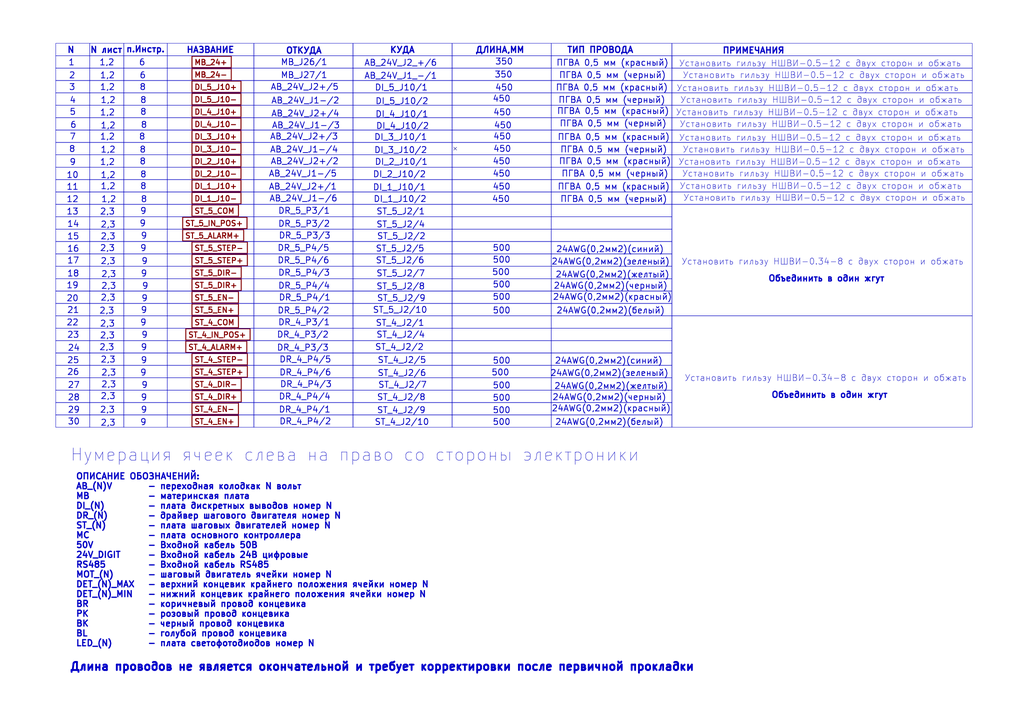
<source format=kicad_sch>
(kicad_sch
	(version 20250114)
	(generator "eeschema")
	(generator_version "9.0")
	(uuid "8fe6b602-3c1c-475d-a811-f349c0608578")
	(paper "A3")
	(lib_symbols)
	(rectangle
		(start 275.59 129.54)
		(end 398.78 175.26)
		(stroke
			(width 0)
			(type default)
		)
		(fill
			(type none)
		)
		(uuid 002a574e-87e0-4e02-880a-6a77c3822c0e)
	)
	(rectangle
		(start 22.86 124.46)
		(end 36.83 129.54)
		(stroke
			(width 0)
			(type default)
		)
		(fill
			(type none)
		)
		(uuid 00597198-0205-44db-a65e-eb3b88b919a3)
	)
	(rectangle
		(start 22.86 129.54)
		(end 36.83 134.62)
		(stroke
			(width 0)
			(type default)
		)
		(fill
			(type none)
		)
		(uuid 042d356e-a33d-4022-88af-7f6945727226)
	)
	(rectangle
		(start 36.83 154.94)
		(end 50.8 160.02)
		(stroke
			(width 0)
			(type default)
		)
		(fill
			(type none)
		)
		(uuid 04b804ef-d930-45e2-b2fb-bce65641ef6a)
	)
	(rectangle
		(start 36.83 38.1)
		(end 50.8 43.18)
		(stroke
			(width 0)
			(type default)
		)
		(fill
			(type none)
		)
		(uuid 07cf3b86-3076-413a-9632-c9d8d9087613)
	)
	(rectangle
		(start 22.86 73.66)
		(end 36.83 78.74)
		(stroke
			(width 0)
			(type default)
		)
		(fill
			(type none)
		)
		(uuid 0c468f02-691a-4a9d-8403-554970edeac4)
	)
	(rectangle
		(start 144.78 104.14)
		(end 185.42 109.22)
		(stroke
			(width 0)
			(type default)
		)
		(fill
			(type none)
		)
		(uuid 0ccbf4c3-b58f-455e-bb44-485d4ae41b5a)
	)
	(rectangle
		(start 275.59 73.66)
		(end 398.78 78.74)
		(stroke
			(width 0)
			(type default)
		)
		(fill
			(type none)
		)
		(uuid 0ccddf30-3940-4a57-a86a-dd891bca3879)
	)
	(rectangle
		(start 36.83 53.34)
		(end 50.8 58.42)
		(stroke
			(width 0)
			(type default)
		)
		(fill
			(type none)
		)
		(uuid 0cff9bbc-ec2c-4b49-8d8d-7835ccd9faa4)
	)
	(rectangle
		(start 144.78 119.38)
		(end 185.42 124.46)
		(stroke
			(width 0)
			(type default)
		)
		(fill
			(type none)
		)
		(uuid 0de15c7c-a0a0-4fbf-82fc-c84c6c8ea7a2)
	)
	(rectangle
		(start 22.86 114.3)
		(end 36.83 119.38)
		(stroke
			(width 0)
			(type default)
		)
		(fill
			(type none)
		)
		(uuid 0ebd7a42-1dbc-43b6-aa65-c6501659071a)
	)
	(rectangle
		(start 50.8 68.58)
		(end 68.58 73.66)
		(stroke
			(width 0)
			(type default)
		)
		(fill
			(type none)
		)
		(uuid 0ed78042-f0c2-4d30-a196-81405d7bbd1f)
	)
	(rectangle
		(start 275.59 22.86)
		(end 398.78 27.94)
		(stroke
			(width 0)
			(type default)
		)
		(fill
			(type none)
		)
		(uuid 0f6b321c-2e5f-4fab-8f43-34cd12caab92)
	)
	(rectangle
		(start 36.83 149.86)
		(end 50.8 154.94)
		(stroke
			(width 0)
			(type default)
		)
		(fill
			(type none)
		)
		(uuid 1065a7df-3296-4bd2-a9fb-2d9595af724a)
	)
	(rectangle
		(start 185.42 68.58)
		(end 226.06 73.66)
		(stroke
			(width 0)
			(type default)
		)
		(fill
			(type none)
		)
		(uuid 1282303a-1eb7-4016-8155-b19a52bf3859)
	)
	(rectangle
		(start 68.58 109.22)
		(end 104.14 114.3)
		(stroke
			(width 0)
			(type default)
		)
		(fill
			(type none)
		)
		(uuid 12c104a8-0238-464f-b418-307133107513)
	)
	(rectangle
		(start 22.86 149.86)
		(end 36.83 154.94)
		(stroke
			(width 0)
			(type default)
		)
		(fill
			(type none)
		)
		(uuid 13e263c0-61ba-4f77-9b5f-e7ecbccb7125)
	)
	(rectangle
		(start 185.42 154.94)
		(end 226.06 160.02)
		(stroke
			(width 0)
			(type default)
		)
		(fill
			(type none)
		)
		(uuid 145299fa-d6c6-4533-8d2c-ee656d4af8ea)
	)
	(rectangle
		(start 185.42 124.46)
		(end 226.06 129.54)
		(stroke
			(width 0)
			(type default)
		)
		(fill
			(type none)
		)
		(uuid 14cb8a56-8cce-48fa-9b56-ad89be43947f)
	)
	(rectangle
		(start 50.8 160.02)
		(end 68.58 165.1)
		(stroke
			(width 0)
			(type default)
		)
		(fill
			(type none)
		)
		(uuid 15cceb74-71b0-43af-976f-524d20341eb3)
	)
	(rectangle
		(start 22.86 53.34)
		(end 36.83 58.42)
		(stroke
			(width 0)
			(type default)
		)
		(fill
			(type none)
		)
		(uuid 16201a00-7a9a-42cd-9ca1-c8044ce6c352)
	)
	(rectangle
		(start 144.78 109.22)
		(end 185.42 114.3)
		(stroke
			(width 0)
			(type default)
		)
		(fill
			(type none)
		)
		(uuid 16876373-4304-4b62-861c-e7e0616129ec)
	)
	(rectangle
		(start 68.58 93.98)
		(end 104.14 99.06)
		(stroke
			(width 0)
			(type default)
		)
		(fill
			(type none)
		)
		(uuid 16be0f04-8481-4f67-a9c7-fe298dbdaebc)
	)
	(rectangle
		(start 144.78 170.18)
		(end 185.42 175.26)
		(stroke
			(width 0)
			(type default)
		)
		(fill
			(type none)
		)
		(uuid 1a9f669d-632d-4e1d-8fd9-a1344e987224)
	)
	(rectangle
		(start 22.86 134.62)
		(end 36.83 139.7)
		(stroke
			(width 0)
			(type default)
		)
		(fill
			(type none)
		)
		(uuid 1f091eb8-11c5-4ced-9e6d-3c9f2dbcb874)
	)
	(rectangle
		(start 185.42 88.9)
		(end 226.06 93.98)
		(stroke
			(width 0)
			(type default)
		)
		(fill
			(type none)
		)
		(uuid 1f119e02-7b84-43a2-9259-f3f5e0ef8664)
	)
	(rectangle
		(start 68.58 48.26)
		(end 104.14 53.34)
		(stroke
			(width 0)
			(type default)
		)
		(fill
			(type none)
		)
		(uuid 20577f66-5f39-4e40-86ad-c9099d03c824)
	)
	(rectangle
		(start 36.83 160.02)
		(end 50.8 165.1)
		(stroke
			(width 0)
			(type default)
		)
		(fill
			(type none)
		)
		(uuid 211424d7-6828-4632-986f-9b7041d71002)
	)
	(rectangle
		(start 36.83 68.58)
		(end 50.8 73.66)
		(stroke
			(width 0)
			(type default)
		)
		(fill
			(type none)
		)
		(uuid 219db66a-2f01-4352-b6fb-2bb98d28f3d7)
	)
	(rectangle
		(start 50.8 53.34)
		(end 68.58 58.42)
		(stroke
			(width 0)
			(type default)
		)
		(fill
			(type none)
		)
		(uuid 23acce54-c007-459e-8205-0ebcf1316049)
	)
	(rectangle
		(start 226.06 144.78)
		(end 275.59 149.86)
		(stroke
			(width 0)
			(type default)
		)
		(fill
			(type none)
		)
		(uuid 24762909-99fc-45b0-8a78-9f1c433bcff7)
	)
	(rectangle
		(start 144.78 154.94)
		(end 185.42 160.02)
		(stroke
			(width 0)
			(type default)
		)
		(fill
			(type none)
		)
		(uuid 247fb2a4-d7ec-46a5-82e2-587881e478f2)
	)
	(rectangle
		(start 50.8 99.06)
		(end 68.58 104.14)
		(stroke
			(width 0)
			(type default)
		)
		(fill
			(type none)
		)
		(uuid 24b673b8-27bd-4955-bdf9-4d2ea7e770a2)
	)
	(rectangle
		(start 22.86 160.02)
		(end 36.83 165.1)
		(stroke
			(width 0)
			(type default)
		)
		(fill
			(type none)
		)
		(uuid 25ec24f1-28cd-48f6-a6e5-d32ddd369605)
	)
	(rectangle
		(start 104.14 170.18)
		(end 144.78 175.26)
		(stroke
			(width 0)
			(type default)
		)
		(fill
			(type none)
		)
		(uuid 26ae94bd-fbc1-4cb0-953f-ec2c3334171a)
	)
	(rectangle
		(start 68.58 149.86)
		(end 104.14 154.94)
		(stroke
			(width 0)
			(type default)
		)
		(fill
			(type none)
		)
		(uuid 276309c4-c6a6-4c14-ba45-146602d78866)
	)
	(rectangle
		(start 226.06 119.38)
		(end 275.59 124.46)
		(stroke
			(width 0)
			(type default)
		)
		(fill
			(type none)
		)
		(uuid 27e5262c-b4b1-4c61-b91c-d2c495979f68)
	)
	(rectangle
		(start 185.42 104.14)
		(end 226.06 109.22)
		(stroke
			(width 0)
			(type default)
		)
		(fill
			(type none)
		)
		(uuid 2863c97f-c833-4178-8eb2-0e3509ee3eb0)
	)
	(rectangle
		(start 185.42 119.38)
		(end 226.06 124.46)
		(stroke
			(width 0)
			(type default)
		)
		(fill
			(type none)
		)
		(uuid 287f6e34-1e69-4d7c-9ec0-5cdee7acb592)
	)
	(rectangle
		(start 226.06 124.46)
		(end 275.59 129.54)
		(stroke
			(width 0)
			(type default)
		)
		(fill
			(type none)
		)
		(uuid 295e514b-ea67-4a16-b126-fcd1406df74b)
	)
	(rectangle
		(start 226.06 38.1)
		(end 275.59 43.18)
		(stroke
			(width 0)
			(type default)
		)
		(fill
			(type none)
		)
		(uuid 2ae7299e-65cb-404d-8948-d8decdfe146f)
	)
	(rectangle
		(start 275.59 38.1)
		(end 398.78 43.18)
		(stroke
			(width 0)
			(type default)
		)
		(fill
			(type none)
		)
		(uuid 2b22c5b9-2b7b-49af-a7cb-36d06e4b2659)
	)
	(rectangle
		(start 185.42 38.1)
		(end 226.06 43.18)
		(stroke
			(width 0)
			(type default)
		)
		(fill
			(type none)
		)
		(uuid 2e331efa-cc5c-4424-aba5-27464d15b273)
	)
	(rectangle
		(start 68.58 73.66)
		(end 104.14 78.74)
		(stroke
			(width 0)
			(type default)
		)
		(fill
			(type none)
		)
		(uuid 305d6ab3-1d55-42d3-8136-e179ed2b9a4c)
	)
	(rectangle
		(start 185.42 53.34)
		(end 226.06 58.42)
		(stroke
			(width 0)
			(type default)
		)
		(fill
			(type none)
		)
		(uuid 31ddbb5f-bc9f-470c-9ed3-9c7ff1f1fea8)
	)
	(rectangle
		(start 275.59 83.82)
		(end 398.78 129.54)
		(stroke
			(width 0)
			(type default)
		)
		(fill
			(type none)
		)
		(uuid 324f25d8-0212-4702-aa2f-7714ffe40293)
	)
	(rectangle
		(start 68.58 17.78)
		(end 104.14 22.86)
		(stroke
			(width 0)
			(type default)
		)
		(fill
			(type none)
		)
		(uuid 3327b3a8-28b1-49b5-a711-4bf401b9049e)
	)
	(rectangle
		(start 68.58 144.78)
		(end 104.14 149.86)
		(stroke
			(width 0)
			(type default)
		)
		(fill
			(type none)
		)
		(uuid 347def3c-afa1-422e-a1b7-353c6e8990dc)
	)
	(rectangle
		(start 36.83 114.3)
		(end 50.8 119.38)
		(stroke
			(width 0)
			(type default)
		)
		(fill
			(type none)
		)
		(uuid 34bcc7d8-85fb-4999-b8f6-276a63a66033)
	)
	(rectangle
		(start 50.8 63.5)
		(end 68.58 68.58)
		(stroke
			(width 0)
			(type default)
		)
		(fill
			(type none)
		)
		(uuid 350f8a64-1a1c-4dbe-a02c-bce595c75c29)
	)
	(rectangle
		(start 50.8 114.3)
		(end 68.58 119.38)
		(stroke
			(width 0)
			(type default)
		)
		(fill
			(type none)
		)
		(uuid 35160ad4-0437-43a3-bdba-2df77b1415e8)
	)
	(rectangle
		(start 185.42 114.3)
		(end 226.06 119.38)
		(stroke
			(width 0)
			(type default)
		)
		(fill
			(type none)
		)
		(uuid 359f8058-d1fa-4141-ac80-327fdc95890a)
	)
	(rectangle
		(start 144.78 68.58)
		(end 185.42 73.66)
		(stroke
			(width 0)
			(type default)
		)
		(fill
			(type none)
		)
		(uuid 36be9d43-5752-4f78-902b-bf1f5259cebe)
	)
	(rectangle
		(start 144.78 160.02)
		(end 185.42 165.1)
		(stroke
			(width 0)
			(type default)
		)
		(fill
			(type none)
		)
		(uuid 3701a259-a1c5-465a-9964-b44289f31d77)
	)
	(rectangle
		(start 50.8 109.22)
		(end 68.58 114.3)
		(stroke
			(width 0)
			(type default)
		)
		(fill
			(type none)
		)
		(uuid 372d88c8-49ed-4e0d-9ab7-52e66bb12e0d)
	)
	(rectangle
		(start 50.8 119.38)
		(end 68.58 124.46)
		(stroke
			(width 0)
			(type default)
		)
		(fill
			(type none)
		)
		(uuid 385c0bf6-beac-43cd-ba96-aca39f2e8b39)
	)
	(rectangle
		(start 144.78 83.82)
		(end 185.42 88.9)
		(stroke
			(width 0)
			(type default)
		)
		(fill
			(type none)
		)
		(uuid 39d97d62-6963-4f23-9b82-76c41def0fec)
	)
	(rectangle
		(start 144.78 78.74)
		(end 185.42 83.82)
		(stroke
			(width 0)
			(type default)
		)
		(fill
			(type none)
		)
		(uuid 3b879299-dc76-49b6-9a53-4a0461667501)
	)
	(rectangle
		(start 22.86 165.1)
		(end 36.83 170.18)
		(stroke
			(width 0)
			(type default)
		)
		(fill
			(type none)
		)
		(uuid 3c9bf287-ea70-4e91-96b0-17130c5b9a24)
	)
	(rectangle
		(start 22.86 104.14)
		(end 36.83 109.22)
		(stroke
			(width 0)
			(type default)
		)
		(fill
			(type none)
		)
		(uuid 3d13aa8f-2fee-4659-bec3-c15d940d6042)
	)
	(rectangle
		(start 144.78 149.86)
		(end 185.42 154.94)
		(stroke
			(width 0)
			(type default)
		)
		(fill
			(type none)
		)
		(uuid 3d870def-ca11-4ed5-8600-cdb9a3f2bc57)
	)
	(rectangle
		(start 226.06 165.1)
		(end 275.59 170.18)
		(stroke
			(width 0)
			(type default)
		)
		(fill
			(type none)
		)
		(uuid 3e0afb11-fabf-420f-8868-978284c6d60f)
	)
	(rectangle
		(start 36.83 17.78)
		(end 50.8 22.86)
		(stroke
			(width 0)
			(type default)
		)
		(fill
			(type none)
		)
		(uuid 4092e5ad-9d48-4c2d-b84f-7ab7056bb345)
	)
	(rectangle
		(start 68.58 104.14)
		(end 104.14 109.22)
		(stroke
			(width 0)
			(type default)
		)
		(fill
			(type none)
		)
		(uuid 41207929-215e-4093-9603-3ad33edc200f)
	)
	(rectangle
		(start 68.58 63.5)
		(end 104.14 68.58)
		(stroke
			(width 0)
			(type default)
		)
		(fill
			(type none)
		)
		(uuid 412ad6a7-0d6f-4e3b-9848-35e57e821b02)
	)
	(rectangle
		(start 22.86 139.7)
		(end 36.83 144.78)
		(stroke
			(width 0)
			(type default)
		)
		(fill
			(type none)
		)
		(uuid 428454a5-ac73-416b-8b30-8722a9448c53)
	)
	(rectangle
		(start 275.59 17.78)
		(end 398.78 22.86)
		(stroke
			(width 0)
			(type default)
		)
		(fill
			(type none)
		)
		(uuid 4292cb72-c00c-4afd-86de-b1230baacda0)
	)
	(rectangle
		(start 144.78 17.78)
		(end 185.42 22.86)
		(stroke
			(width 0)
			(type default)
		)
		(fill
			(type none)
		)
		(uuid 4476fa1b-33be-4e9a-9194-ef754d82f793)
	)
	(rectangle
		(start 275.59 63.5)
		(end 398.78 68.58)
		(stroke
			(width 0)
			(type default)
		)
		(fill
			(type none)
		)
		(uuid 47b6bb51-06e5-487c-817f-7df521c1b477)
	)
	(rectangle
		(start 226.06 149.86)
		(end 275.59 154.94)
		(stroke
			(width 0)
			(type default)
		)
		(fill
			(type none)
		)
		(uuid 48566010-3f0b-4fda-bab7-70c41ebeccd1)
	)
	(rectangle
		(start 50.8 27.94)
		(end 68.58 33.02)
		(stroke
			(width 0)
			(type default)
		)
		(fill
			(type none)
		)
		(uuid 48c30e1e-9720-42ea-9382-50e3bc440de1)
	)
	(rectangle
		(start 144.78 88.9)
		(end 185.42 93.98)
		(stroke
			(width 0)
			(type default)
		)
		(fill
			(type none)
		)
		(uuid 491c9fa0-b2d4-4e2c-8baa-6b95f71198f2)
	)
	(rectangle
		(start 104.14 83.82)
		(end 144.78 88.9)
		(stroke
			(width 0)
			(type default)
		)
		(fill
			(type none)
		)
		(uuid 49924857-aee8-4699-baf7-fb21f20f3fbe)
	)
	(rectangle
		(start 36.83 83.82)
		(end 50.8 88.9)
		(stroke
			(width 0)
			(type default)
		)
		(fill
			(type none)
		)
		(uuid 4a1797c1-3a10-4782-8384-2097e534f7ae)
	)
	(rectangle
		(start 104.14 139.7)
		(end 144.78 144.78)
		(stroke
			(width 0)
			(type default)
		)
		(fill
			(type none)
		)
		(uuid 4a95d4f2-7a96-45f8-91b6-13a6dc391594)
	)
	(rectangle
		(start 22.86 68.58)
		(end 36.83 73.66)
		(stroke
			(width 0)
			(type default)
		)
		(fill
			(type none)
		)
		(uuid 4afe7b6d-fcfe-45aa-88f6-41122745658f)
	)
	(rectangle
		(start 104.14 48.26)
		(end 144.78 53.34)
		(stroke
			(width 0)
			(type default)
		)
		(fill
			(type none)
		)
		(uuid 4c994137-fa80-4d15-9db3-aa4e18d68f71)
	)
	(rectangle
		(start 104.14 17.78)
		(end 144.78 22.86)
		(stroke
			(width 0)
			(type default)
		)
		(fill
			(type none)
		)
		(uuid 4e022bd3-de0a-4302-b4e8-f768eb7e3fc3)
	)
	(rectangle
		(start 68.58 119.38)
		(end 104.14 124.46)
		(stroke
			(width 0)
			(type default)
		)
		(fill
			(type none)
		)
		(uuid 4f5a31ef-2710-40e3-a2c5-722081ca0006)
	)
	(rectangle
		(start 50.8 144.78)
		(end 68.58 149.86)
		(stroke
			(width 0)
			(type default)
		)
		(fill
			(type none)
		)
		(uuid 4fbe8c00-df28-41ba-abd2-7453ed082beb)
	)
	(rectangle
		(start 68.58 124.46)
		(end 104.14 129.54)
		(stroke
			(width 0)
			(type default)
		)
		(fill
			(type none)
		)
		(uuid 5017396e-492a-4527-b12d-ce291a21a8b5)
	)
	(rectangle
		(start 50.8 93.98)
		(end 68.58 99.06)
		(stroke
			(width 0)
			(type default)
		)
		(fill
			(type none)
		)
		(uuid 5038818c-6800-41da-a373-14dd696b9855)
	)
	(rectangle
		(start 144.78 93.98)
		(end 185.42 99.06)
		(stroke
			(width 0)
			(type default)
		)
		(fill
			(type none)
		)
		(uuid 509ac8e0-b8c7-4f80-885e-7562ad8c1112)
	)
	(rectangle
		(start 22.86 119.38)
		(end 36.83 124.46)
		(stroke
			(width 0)
			(type default)
		)
		(fill
			(type none)
		)
		(uuid 510047e4-0a07-4ad2-aa8b-8064fdb0947d)
	)
	(rectangle
		(start 104.14 53.34)
		(end 144.78 58.42)
		(stroke
			(width 0)
			(type default)
		)
		(fill
			(type none)
		)
		(uuid 549f7376-e8ac-4f09-a9be-f4dd99d60f8a)
	)
	(rectangle
		(start 68.58 88.9)
		(end 104.14 93.98)
		(stroke
			(width 0)
			(type default)
		)
		(fill
			(type none)
		)
		(uuid 5559b451-592e-429e-ad39-fe662b1632b9)
	)
	(rectangle
		(start 226.06 160.02)
		(end 275.59 165.1)
		(stroke
			(width 0)
			(type default)
		)
		(fill
			(type none)
		)
		(uuid 559c21a5-9bd0-4cd5-96dc-c29837352c9d)
	)
	(rectangle
		(start 50.8 139.7)
		(end 68.58 144.78)
		(stroke
			(width 0)
			(type default)
		)
		(fill
			(type none)
		)
		(uuid 567ea9f0-b45d-4792-adc6-f4de81458772)
	)
	(rectangle
		(start 104.14 134.62)
		(end 144.78 139.7)
		(stroke
			(width 0)
			(type default)
		)
		(fill
			(type none)
		)
		(uuid 59d706ea-d0ef-4556-90fc-9ee8864d5510)
	)
	(rectangle
		(start 104.14 124.46)
		(end 144.78 129.54)
		(stroke
			(width 0)
			(type default)
		)
		(fill
			(type none)
		)
		(uuid 5b6e8c7b-d2df-4e01-a6f1-d659cdbc9a7f)
	)
	(rectangle
		(start 226.06 43.18)
		(end 275.59 48.26)
		(stroke
			(width 0)
			(type default)
		)
		(fill
			(type none)
		)
		(uuid 5ba4a218-2789-48d8-8480-1f1cced88de2)
	)
	(rectangle
		(start 226.06 134.62)
		(end 275.59 139.7)
		(stroke
			(width 0)
			(type default)
		)
		(fill
			(type none)
		)
		(uuid 5ba9925b-f133-4072-8cdd-0bc6231b0552)
	)
	(rectangle
		(start 144.78 139.7)
		(end 185.42 144.78)
		(stroke
			(width 0)
			(type default)
		)
		(fill
			(type none)
		)
		(uuid 5eb9dd85-5286-4c71-a0a7-1569762d63c6)
	)
	(rectangle
		(start 50.8 43.18)
		(end 68.58 48.26)
		(stroke
			(width 0)
			(type default)
		)
		(fill
			(type none)
		)
		(uuid 5f6621b4-4030-4e65-ada1-45532848cdce)
	)
	(rectangle
		(start 22.86 88.9)
		(end 36.83 93.98)
		(stroke
			(width 0)
			(type default)
		)
		(fill
			(type none)
		)
		(uuid 6178592f-350b-48e4-a755-9d31fa208f01)
	)
	(rectangle
		(start 36.83 139.7)
		(end 50.8 144.78)
		(stroke
			(width 0)
			(type default)
		)
		(fill
			(type none)
		)
		(uuid 61c6d7e2-2123-4ae3-ba85-b6da14f26105)
	)
	(rectangle
		(start 104.14 109.22)
		(end 144.78 114.3)
		(stroke
			(width 0)
			(type default)
		)
		(fill
			(type none)
		)
		(uuid 6221ad2c-b8c4-4719-891a-6b1dc1dc98bf)
	)
	(rectangle
		(start 104.14 58.42)
		(end 144.78 63.5)
		(stroke
			(width 0)
			(type default)
		)
		(fill
			(type none)
		)
		(uuid 62f98a05-e79a-4a64-b35c-083dc2c403cb)
	)
	(rectangle
		(start 226.06 78.74)
		(end 275.59 83.82)
		(stroke
			(width 0)
			(type default)
		)
		(fill
			(type none)
		)
		(uuid 6375831e-b061-400e-aa43-8bb06cd3fb21)
	)
	(rectangle
		(start 104.14 104.14)
		(end 144.78 109.22)
		(stroke
			(width 0)
			(type default)
		)
		(fill
			(type none)
		)
		(uuid 641aabbb-b2ea-4b8c-9f14-72a0a7dbdf73)
	)
	(rectangle
		(start 22.86 38.1)
		(end 36.83 43.18)
		(stroke
			(width 0)
			(type default)
		)
		(fill
			(type none)
		)
		(uuid 64fa5e4b-93c3-43f2-a229-41cc2c726f3e)
	)
	(rectangle
		(start 226.06 17.78)
		(end 275.59 22.86)
		(stroke
			(width 0)
			(type default)
		)
		(fill
			(type none)
		)
		(uuid 67820bcb-e7d7-40e1-91df-8ab9c4d32e85)
	)
	(rectangle
		(start 185.42 144.78)
		(end 226.06 149.86)
		(stroke
			(width 0)
			(type default)
		)
		(fill
			(type none)
		)
		(uuid 6916eabe-7800-43ac-9039-7e390875fc86)
	)
	(rectangle
		(start 22.86 83.82)
		(end 36.83 88.9)
		(stroke
			(width 0)
			(type default)
		)
		(fill
			(type none)
		)
		(uuid 6b1f9c53-cadb-48b3-b11e-f5ec3f920689)
	)
	(rectangle
		(start 68.58 27.94)
		(end 104.14 33.02)
		(stroke
			(width 0)
			(type default)
		)
		(fill
			(type none)
		)
		(uuid 6d0ea805-21e9-4e6b-90f9-5053df3066fb)
	)
	(rectangle
		(start 36.83 22.86)
		(end 50.8 27.94)
		(stroke
			(width 0)
			(type default)
		)
		(fill
			(type none)
		)
		(uuid 6d878858-894c-4ba7-b1ba-6284f775b312)
	)
	(rectangle
		(start 226.06 170.18)
		(end 275.59 175.26)
		(stroke
			(width 0)
			(type default)
		)
		(fill
			(type none)
		)
		(uuid 6de0cb57-aad9-4a5e-ab31-efd06c4bdccf)
	)
	(rectangle
		(start 104.14 129.54)
		(end 144.78 134.62)
		(stroke
			(width 0)
			(type default)
		)
		(fill
			(type none)
		)
		(uuid 6e3e7ab2-6985-4940-8e60-7e15244e5110)
	)
	(rectangle
		(start 185.42 48.26)
		(end 226.06 53.34)
		(stroke
			(width 0)
			(type default)
		)
		(fill
			(type none)
		)
		(uuid 6f49c87f-35e8-4080-a864-882e6718c498)
	)
	(rectangle
		(start 185.42 109.22)
		(end 226.06 114.3)
		(stroke
			(width 0)
			(type default)
		)
		(fill
			(type none)
		)
		(uuid 7040a781-02ec-4681-ade1-2880bafe7207)
	)
	(rectangle
		(start 226.06 88.9)
		(end 275.59 93.98)
		(stroke
			(width 0)
			(type default)
		)
		(fill
			(type none)
		)
		(uuid 707be5ed-3a3b-4ebd-94f1-866e4368fc8e)
	)
	(rectangle
		(start 226.06 109.22)
		(end 275.59 114.3)
		(stroke
			(width 0)
			(type default)
		)
		(fill
			(type none)
		)
		(uuid 70ec44ed-1200-4f55-bbb5-82cfdf390ff1)
	)
	(rectangle
		(start 50.8 73.66)
		(end 68.58 78.74)
		(stroke
			(width 0)
			(type default)
		)
		(fill
			(type none)
		)
		(uuid 7151148e-13be-4d98-817e-a7a350e85981)
	)
	(rectangle
		(start 36.83 104.14)
		(end 50.8 109.22)
		(stroke
			(width 0)
			(type default)
		)
		(fill
			(type none)
		)
		(uuid 71a5c191-5154-4451-8536-397ed803336c)
	)
	(rectangle
		(start 50.8 104.14)
		(end 68.58 109.22)
		(stroke
			(width 0)
			(type default)
		)
		(fill
			(type none)
		)
		(uuid 71f67d00-34ee-49ab-8cdc-c90aeed4780a)
	)
	(rectangle
		(start 226.06 104.14)
		(end 275.59 109.22)
		(stroke
			(width 0)
			(type default)
		)
		(fill
			(type none)
		)
		(uuid 72deb663-a9b0-449f-a3ec-82f73073fa17)
	)
	(rectangle
		(start 36.83 43.18)
		(end 50.8 48.26)
		(stroke
			(width 0)
			(type default)
		)
		(fill
			(type none)
		)
		(uuid 742dac73-d15f-4471-a56b-2dfcd955f70b)
	)
	(rectangle
		(start 36.83 109.22)
		(end 50.8 114.3)
		(stroke
			(width 0)
			(type default)
		)
		(fill
			(type none)
		)
		(uuid 74611d9a-2955-4f21-8093-0325cdc9b33c)
	)
	(rectangle
		(start 104.14 68.58)
		(end 144.78 73.66)
		(stroke
			(width 0)
			(type default)
		)
		(fill
			(type none)
		)
		(uuid 746a1c75-164f-4acb-bfef-2ca1ab3f7399)
	)
	(rectangle
		(start 104.14 165.1)
		(end 144.78 170.18)
		(stroke
			(width 0)
			(type default)
		)
		(fill
			(type none)
		)
		(uuid 74fcaa44-9836-4da1-a812-ac35b48e35af)
	)
	(rectangle
		(start 104.14 114.3)
		(end 144.78 119.38)
		(stroke
			(width 0)
			(type default)
		)
		(fill
			(type none)
		)
		(uuid 7549188f-ce4c-40c8-8ad3-47d83b751ab1)
	)
	(rectangle
		(start 144.78 27.94)
		(end 185.42 33.02)
		(stroke
			(width 0)
			(type default)
		)
		(fill
			(type none)
		)
		(uuid 7734fdc0-71d7-49d5-a65c-88cf441b3259)
	)
	(rectangle
		(start 275.59 58.42)
		(end 398.78 63.5)
		(stroke
			(width 0)
			(type default)
		)
		(fill
			(type none)
		)
		(uuid 78f80904-218e-4225-affb-022db8fda790)
	)
	(rectangle
		(start 68.58 33.02)
		(end 104.14 38.1)
		(stroke
			(width 0)
			(type default)
		)
		(fill
			(type none)
		)
		(uuid 7998adbf-6f2f-48c0-9c49-6d907e17c985)
	)
	(rectangle
		(start 226.06 139.7)
		(end 275.59 144.78)
		(stroke
			(width 0)
			(type default)
		)
		(fill
			(type none)
		)
		(uuid 7b608ce8-8bf3-492b-91a1-276a470f597b)
	)
	(rectangle
		(start 226.06 63.5)
		(end 275.59 68.58)
		(stroke
			(width 0)
			(type default)
		)
		(fill
			(type none)
		)
		(uuid 7bf52937-b312-4f48-90ec-133522766c4f)
	)
	(rectangle
		(start 22.86 154.94)
		(end 36.83 160.02)
		(stroke
			(width 0)
			(type default)
		)
		(fill
			(type none)
		)
		(uuid 7ca73087-aa31-462d-804c-fd35e53986aa)
	)
	(rectangle
		(start 104.14 43.18)
		(end 144.78 48.26)
		(stroke
			(width 0)
			(type default)
		)
		(fill
			(type none)
		)
		(uuid 7e038c9f-b8b0-4a4c-b5bc-d4f37e9aa43b)
	)
	(rectangle
		(start 144.78 124.46)
		(end 185.42 129.54)
		(stroke
			(width 0)
			(type default)
		)
		(fill
			(type none)
		)
		(uuid 80978296-2801-41c8-a01b-c599e1a375d4)
	)
	(rectangle
		(start 104.14 33.02)
		(end 144.78 38.1)
		(stroke
			(width 0)
			(type default)
		)
		(fill
			(type none)
		)
		(uuid 815f982d-a28b-4a7f-bdec-eb89b3b7fc4e)
	)
	(rectangle
		(start 50.8 124.46)
		(end 68.58 129.54)
		(stroke
			(width 0)
			(type default)
		)
		(fill
			(type none)
		)
		(uuid 81e1b446-b6e5-4482-a52f-21b94ce58613)
	)
	(rectangle
		(start 50.8 58.42)
		(end 68.58 63.5)
		(stroke
			(width 0)
			(type default)
		)
		(fill
			(type none)
		)
		(uuid 81e1e03b-44e5-46f1-a687-c41127bdf855)
	)
	(rectangle
		(start 104.14 27.94)
		(end 144.78 33.02)
		(stroke
			(width 0)
			(type default)
		)
		(fill
			(type none)
		)
		(uuid 82569bfd-d475-4145-828c-25c070a46354)
	)
	(rectangle
		(start 226.06 53.34)
		(end 275.59 58.42)
		(stroke
			(width 0)
			(type default)
		)
		(fill
			(type none)
		)
		(uuid 82e17948-a9ca-4cbf-a6f5-b18dfcbbad8b)
	)
	(rectangle
		(start 144.78 43.18)
		(end 185.42 48.26)
		(stroke
			(width 0)
			(type default)
		)
		(fill
			(type none)
		)
		(uuid 862afb84-255c-4ce2-bfd7-d6f14b80ce65)
	)
	(rectangle
		(start 36.83 48.26)
		(end 50.8 53.34)
		(stroke
			(width 0)
			(type default)
		)
		(fill
			(type none)
		)
		(uuid 887feebe-add1-483f-b489-d1d0d4b72da2)
	)
	(rectangle
		(start 104.14 149.86)
		(end 144.78 154.94)
		(stroke
			(width 0)
			(type default)
		)
		(fill
			(type none)
		)
		(uuid 88b96bb8-c76c-4d80-92c4-5be4c1d67b3f)
	)
	(rectangle
		(start 50.8 149.86)
		(end 68.58 154.94)
		(stroke
			(width 0)
			(type default)
		)
		(fill
			(type none)
		)
		(uuid 89b8d3c7-337b-4324-b95c-a2edfb09e508)
	)
	(rectangle
		(start 185.42 134.62)
		(end 226.06 139.7)
		(stroke
			(width 0)
			(type default)
		)
		(fill
			(type none)
		)
		(uuid 89c34d1b-ca67-437a-a8e8-9d223a26ac9d)
	)
	(rectangle
		(start 226.06 93.98)
		(end 275.59 99.06)
		(stroke
			(width 0)
			(type default)
		)
		(fill
			(type none)
		)
		(uuid 89e67078-ad51-42a8-be8f-b0beba9ac0dd)
	)
	(rectangle
		(start 144.78 134.62)
		(end 185.42 139.7)
		(stroke
			(width 0)
			(type default)
		)
		(fill
			(type none)
		)
		(uuid 8acc9a47-1a06-4b98-9b2f-38988d551bbb)
	)
	(rectangle
		(start 226.06 154.94)
		(end 275.59 160.02)
		(stroke
			(width 0)
			(type default)
		)
		(fill
			(type none)
		)
		(uuid 8c20c270-fbb3-47e0-acdb-6a7acbf44798)
	)
	(rectangle
		(start 144.78 165.1)
		(end 185.42 170.18)
		(stroke
			(width 0)
			(type default)
		)
		(fill
			(type none)
		)
		(uuid 8ca1940a-289f-489d-9e21-16912c0437ee)
	)
	(rectangle
		(start 50.8 38.1)
		(end 68.58 43.18)
		(stroke
			(width 0)
			(type default)
		)
		(fill
			(type none)
		)
		(uuid 8ce49043-f961-40d4-b4eb-2906502574a3)
	)
	(rectangle
		(start 22.86 144.78)
		(end 36.83 149.86)
		(stroke
			(width 0)
			(type default)
		)
		(fill
			(type none)
		)
		(uuid 8e69dd7d-5162-4832-bf7f-7aa370d54a30)
	)
	(rectangle
		(start 36.83 134.62)
		(end 50.8 139.7)
		(stroke
			(width 0)
			(type default)
		)
		(fill
			(type none)
		)
		(uuid 8f60d86c-e3f9-4c11-a864-ce4e01a9adb0)
	)
	(rectangle
		(start 185.42 170.18)
		(end 226.06 175.26)
		(stroke
			(width 0)
			(type default)
		)
		(fill
			(type none)
		)
		(uuid 909b8f5f-bb51-44b5-b919-97ccc139c60e)
	)
	(rectangle
		(start 22.86 22.86)
		(end 36.83 27.94)
		(stroke
			(width 0)
			(type default)
		)
		(fill
			(type none)
		)
		(uuid 927629b9-97fd-43c0-b929-f5731c8ecfa2)
	)
	(rectangle
		(start 144.78 53.34)
		(end 185.42 58.42)
		(stroke
			(width 0)
			(type default)
		)
		(fill
			(type none)
		)
		(uuid 933cd228-7cbc-49e7-84fe-14754e366c76)
	)
	(rectangle
		(start 36.83 99.06)
		(end 50.8 104.14)
		(stroke
			(width 0)
			(type default)
		)
		(fill
			(type none)
		)
		(uuid 93bdc90e-946f-47bd-96a7-e8e5adc35813)
	)
	(rectangle
		(start 144.78 58.42)
		(end 185.42 63.5)
		(stroke
			(width 0)
			(type default)
		)
		(fill
			(type none)
		)
		(uuid 93df86ab-140e-49d2-9776-ad272639d243)
	)
	(rectangle
		(start 185.42 58.42)
		(end 226.06 63.5)
		(stroke
			(width 0)
			(type default)
		)
		(fill
			(type none)
		)
		(uuid 959fb0ab-f8bd-4fb2-a1e2-0ced061defd2)
	)
	(rectangle
		(start 185.42 43.18)
		(end 226.06 48.26)
		(stroke
			(width 0)
			(type default)
		)
		(fill
			(type none)
		)
		(uuid 95e28dd3-78b6-4f57-901b-fe2607908647)
	)
	(rectangle
		(start 36.83 27.94)
		(end 50.8 33.02)
		(stroke
			(width 0)
			(type default)
		)
		(fill
			(type none)
		)
		(uuid 993b7463-3002-4ac8-8af6-812b099eb833)
	)
	(rectangle
		(start 22.86 17.78)
		(end 36.83 22.86)
		(stroke
			(width 0)
			(type default)
		)
		(fill
			(type none)
		)
		(uuid 9aaf6301-12dd-46d3-bbce-f3916ccce89c)
	)
	(rectangle
		(start 185.42 78.74)
		(end 226.06 83.82)
		(stroke
			(width 0)
			(type default)
		)
		(fill
			(type none)
		)
		(uuid 9b5daf26-9564-4679-a9c8-a73f2eccb66f)
	)
	(rectangle
		(start 22.86 27.94)
		(end 36.83 33.02)
		(stroke
			(width 0)
			(type default)
		)
		(fill
			(type none)
		)
		(uuid 9cbe70d9-2416-4d12-a12a-82ebc8f2c0ac)
	)
	(rectangle
		(start 68.58 99.06)
		(end 104.14 104.14)
		(stroke
			(width 0)
			(type default)
		)
		(fill
			(type none)
		)
		(uuid 9cf7c50a-4ea0-48bb-a179-649b5f89d07f)
	)
	(rectangle
		(start 22.86 93.98)
		(end 36.83 99.06)
		(stroke
			(width 0)
			(type default)
		)
		(fill
			(type none)
		)
		(uuid 9ee4c226-6fb9-4cdf-a939-cd115010837b)
	)
	(rectangle
		(start 104.14 73.66)
		(end 144.78 78.74)
		(stroke
			(width 0)
			(type default)
		)
		(fill
			(type none)
		)
		(uuid a0cbf797-b564-45ef-94e2-082509495786)
	)
	(rectangle
		(start 68.58 114.3)
		(end 104.14 119.38)
		(stroke
			(width 0)
			(type default)
		)
		(fill
			(type none)
		)
		(uuid a2479b98-5bf1-49fd-8dc1-c46e9f168842)
	)
	(rectangle
		(start 68.58 78.74)
		(end 104.14 83.82)
		(stroke
			(width 0)
			(type default)
		)
		(fill
			(type none)
		)
		(uuid a25abaf0-ff2f-4661-8f23-c5342828854d)
	)
	(rectangle
		(start 104.14 99.06)
		(end 144.78 104.14)
		(stroke
			(width 0)
			(type default)
		)
		(fill
			(type none)
		)
		(uuid a26860b8-1aa6-45cd-ab11-4db595f91050)
	)
	(rectangle
		(start 50.8 48.26)
		(end 68.58 53.34)
		(stroke
			(width 0)
			(type default)
		)
		(fill
			(type none)
		)
		(uuid a2cc2717-3371-46fd-a426-16adf3753375)
	)
	(rectangle
		(start 36.83 124.46)
		(end 50.8 129.54)
		(stroke
			(width 0)
			(type default)
		)
		(fill
			(type none)
		)
		(uuid a344773b-cbf1-4a57-a2bb-8c2d5b560e60)
	)
	(rectangle
		(start 50.8 170.18)
		(end 68.58 175.26)
		(stroke
			(width 0)
			(type default)
		)
		(fill
			(type none)
		)
		(uuid a385bba1-40ad-4d94-aef1-1e155245691d)
	)
	(rectangle
		(start 36.83 144.78)
		(end 50.8 149.86)
		(stroke
			(width 0)
			(type default)
		)
		(fill
			(type none)
		)
		(uuid a3943f7a-e5ba-45c2-b6f5-c7b060f351ad)
	)
	(rectangle
		(start 50.8 134.62)
		(end 68.58 139.7)
		(stroke
			(width 0)
			(type default)
		)
		(fill
			(type none)
		)
		(uuid a3ff6cb4-6545-4e0f-a1fe-fd71523c65d1)
	)
	(rectangle
		(start 144.78 38.1)
		(end 185.42 43.18)
		(stroke
			(width 0)
			(type default)
		)
		(fill
			(type none)
		)
		(uuid a5bfda85-3f26-4602-b4d1-7ebaf4b29136)
	)
	(rectangle
		(start 104.14 78.74)
		(end 144.78 83.82)
		(stroke
			(width 0)
			(type default)
		)
		(fill
			(type none)
		)
		(uuid a6568418-b4e8-4840-aa90-5903886f63fa)
	)
	(rectangle
		(start 104.14 93.98)
		(end 144.78 99.06)
		(stroke
			(width 0)
			(type default)
		)
		(fill
			(type none)
		)
		(uuid a98dc9c6-ab96-4c22-b065-2e179545b7aa)
	)
	(rectangle
		(start 50.8 78.74)
		(end 68.58 83.82)
		(stroke
			(width 0)
			(type default)
		)
		(fill
			(type none)
		)
		(uuid a99dfe23-6881-49fb-aabf-10c4e85e0bec)
	)
	(rectangle
		(start 36.83 88.9)
		(end 50.8 93.98)
		(stroke
			(width 0)
			(type default)
		)
		(fill
			(type none)
		)
		(uuid ab1fb465-1111-470f-a27c-27be752e4d6f)
	)
	(rectangle
		(start 50.8 17.78)
		(end 68.58 22.86)
		(stroke
			(width 0)
			(type default)
		)
		(fill
			(type none)
		)
		(uuid ab8faa4d-61c5-4927-a76a-7e8ba7249863)
	)
	(rectangle
		(start 104.14 160.02)
		(end 144.78 165.1)
		(stroke
			(width 0)
			(type default)
		)
		(fill
			(type none)
		)
		(uuid acd07472-3777-4251-a22c-ba50ea063a6a)
	)
	(rectangle
		(start 144.78 73.66)
		(end 185.42 78.74)
		(stroke
			(width 0)
			(type default)
		)
		(fill
			(type none)
		)
		(uuid ad9b81f0-d73a-4817-80dd-885910b2a104)
	)
	(rectangle
		(start 185.42 73.66)
		(end 226.06 78.74)
		(stroke
			(width 0)
			(type default)
		)
		(fill
			(type none)
		)
		(uuid ae42b329-3cad-4518-9ae0-36e27075d905)
	)
	(rectangle
		(start 104.14 63.5)
		(end 144.78 68.58)
		(stroke
			(width 0)
			(type default)
		)
		(fill
			(type none)
		)
		(uuid af19943d-07d0-4ab9-8cbe-d380ab593877)
	)
	(rectangle
		(start 185.42 93.98)
		(end 226.06 99.06)
		(stroke
			(width 0)
			(type default)
		)
		(fill
			(type none)
		)
		(uuid b0004930-d910-4963-b565-fd12c06a9268)
	)
	(rectangle
		(start 275.59 48.26)
		(end 398.78 53.34)
		(stroke
			(width 0)
			(type default)
		)
		(fill
			(type none)
		)
		(uuid b1fa97eb-086a-4b32-8db3-f5c47ba279ce)
	)
	(rectangle
		(start 22.86 63.5)
		(end 36.83 68.58)
		(stroke
			(width 0)
			(type default)
		)
		(fill
			(type none)
		)
		(uuid b20f1acf-1b26-450e-98f1-d71b79eb2c2b)
	)
	(rectangle
		(start 104.14 88.9)
		(end 144.78 93.98)
		(stroke
			(width 0)
			(type default)
		)
		(fill
			(type none)
		)
		(uuid b3855b25-a981-48eb-b7b4-35b48b57e915)
	)
	(rectangle
		(start 104.14 38.1)
		(end 144.78 43.18)
		(stroke
			(width 0)
			(type default)
		)
		(fill
			(type none)
		)
		(uuid b4221923-48bf-444f-9188-5070c8ea1a0f)
	)
	(rectangle
		(start 50.8 88.9)
		(end 68.58 93.98)
		(stroke
			(width 0)
			(type default)
		)
		(fill
			(type none)
		)
		(uuid b4bcb589-c4d0-4291-b716-818b044aaa16)
	)
	(rectangle
		(start 144.78 48.26)
		(end 185.42 53.34)
		(stroke
			(width 0)
			(type default)
		)
		(fill
			(type none)
		)
		(uuid b626be02-b9a0-494e-81e9-42fc30b383e1)
	)
	(rectangle
		(start 226.06 22.86)
		(end 275.59 33.02)
		(stroke
			(width 0)
			(type default)
		)
		(fill
			(type none)
		)
		(uuid b74a3dc3-e9ae-422c-a483-48effa84b2ea)
	)
	(rectangle
		(start 68.58 83.82)
		(end 104.14 88.9)
		(stroke
			(width 0)
			(type default)
		)
		(fill
			(type none)
		)
		(uuid b7d01d1f-5b17-409d-8a86-3ab1ef33bd8a)
	)
	(rectangle
		(start 36.83 165.1)
		(end 50.8 170.18)
		(stroke
			(width 0)
			(type default)
		)
		(fill
			(type none)
		)
		(uuid b8c0885a-01c8-4322-82c4-c5fa2b1d62f2)
	)
	(rectangle
		(start 185.42 22.86)
		(end 226.06 27.94)
		(stroke
			(width 0)
			(type default)
		)
		(fill
			(type none)
		)
		(uuid b8eb90bd-daf2-4265-b11a-f8cded60ddc6)
	)
	(rectangle
		(start 22.86 33.02)
		(end 36.83 38.1)
		(stroke
			(width 0)
			(type default)
		)
		(fill
			(type none)
		)
		(uuid b941cfe2-2dc8-4b18-8439-ebac4f0ef2a9)
	)
	(rectangle
		(start 50.8 33.02)
		(end 68.58 38.1)
		(stroke
			(width 0)
			(type default)
		)
		(fill
			(type none)
		)
		(uuid b9e41cf5-216a-498d-8f05-0657f2801e0e)
	)
	(rectangle
		(start 22.86 58.42)
		(end 36.83 63.5)
		(stroke
			(width 0)
			(type default)
		)
		(fill
			(type none)
		)
		(uuid ba585fbb-6e32-49c4-94f4-1e5ebfa6c714)
	)
	(rectangle
		(start 68.58 170.18)
		(end 104.14 175.26)
		(stroke
			(width 0)
			(type default)
		)
		(fill
			(type none)
		)
		(uuid bb5fbc84-c2c8-44ba-921e-226feb93291c)
	)
	(rectangle
		(start 226.06 48.26)
		(end 275.59 53.34)
		(stroke
			(width 0)
			(type default)
		)
		(fill
			(type none)
		)
		(uuid bc871ef7-e644-4091-836a-1bf04c780268)
	)
	(rectangle
		(start 104.14 119.38)
		(end 144.78 124.46)
		(stroke
			(width 0)
			(type default)
		)
		(fill
			(type none)
		)
		(uuid bcc8449e-a3c3-4cc6-9696-5e146b64fef3)
	)
	(rectangle
		(start 275.59 33.02)
		(end 398.78 38.1)
		(stroke
			(width 0)
			(type default)
		)
		(fill
			(type none)
		)
		(uuid bcdb4954-9ae6-4a23-af23-56d30d721a4b)
	)
	(rectangle
		(start 144.78 144.78)
		(end 185.42 149.86)
		(stroke
			(width 0)
			(type default)
		)
		(fill
			(type none)
		)
		(uuid bdfc638b-3a4e-4fd9-9f3c-d2eb0f920b53)
	)
	(rectangle
		(start 144.78 63.5)
		(end 185.42 68.58)
		(stroke
			(width 0)
			(type default)
		)
		(fill
			(type none)
		)
		(uuid be3017e2-5118-4a46-8466-a8fabdd9c205)
	)
	(rectangle
		(start 22.86 109.22)
		(end 36.83 114.3)
		(stroke
			(width 0)
			(type default)
		)
		(fill
			(type none)
		)
		(uuid bf04d2f5-1ea9-414b-8564-6014070a3b11)
	)
	(rectangle
		(start 36.83 58.42)
		(end 50.8 63.5)
		(stroke
			(width 0)
			(type default)
		)
		(fill
			(type none)
		)
		(uuid c04701b7-b81f-4eee-b646-7e5a201ddc0c)
	)
	(rectangle
		(start 185.42 33.02)
		(end 226.06 38.1)
		(stroke
			(width 0)
			(type default)
		)
		(fill
			(type none)
		)
		(uuid c1b90a31-828d-43b5-901b-d9556de3e459)
	)
	(rectangle
		(start 185.42 99.06)
		(end 226.06 104.14)
		(stroke
			(width 0)
			(type default)
		)
		(fill
			(type none)
		)
		(uuid c20717a7-3f4b-4d17-ac20-300a90c90891)
	)
	(rectangle
		(start 22.86 48.26)
		(end 36.83 53.34)
		(stroke
			(width 0)
			(type default)
		)
		(fill
			(type none)
		)
		(uuid c39f3f43-4d6f-4026-93be-76f5c80fe517)
	)
	(rectangle
		(start 144.78 129.54)
		(end 185.42 134.62)
		(stroke
			(width 0)
			(type default)
		)
		(fill
			(type none)
		)
		(uuid c58caacd-4842-406f-81dc-939c738b82cc)
	)
	(rectangle
		(start 144.78 99.06)
		(end 185.42 104.14)
		(stroke
			(width 0)
			(type default)
		)
		(fill
			(type none)
		)
		(uuid c6fe6077-ebe2-4ef0-bec8-2b1a46a6f3ac)
	)
	(rectangle
		(start 50.8 154.94)
		(end 68.58 160.02)
		(stroke
			(width 0)
			(type default)
		)
		(fill
			(type none)
		)
		(uuid c7246244-595f-4e48-bd12-e95d887f6a98)
	)
	(rectangle
		(start 36.83 73.66)
		(end 50.8 78.74)
		(stroke
			(width 0)
			(type default)
		)
		(fill
			(type none)
		)
		(uuid c7f9272d-20f1-418d-a9e9-097460e05881)
	)
	(rectangle
		(start 144.78 22.86)
		(end 185.42 27.94)
		(stroke
			(width 0)
			(type default)
		)
		(fill
			(type none)
		)
		(uuid caecb432-4640-43a5-8fa7-3bcb6c0e523b)
	)
	(rectangle
		(start 68.58 154.94)
		(end 104.14 160.02)
		(stroke
			(width 0)
			(type default)
		)
		(fill
			(type none)
		)
		(uuid cb07e26a-4c95-47d2-a707-b134fc78e94c)
	)
	(rectangle
		(start 144.78 33.02)
		(end 185.42 38.1)
		(stroke
			(width 0)
			(type default)
		)
		(fill
			(type none)
		)
		(uuid cd1c8084-8317-41ba-8863-d23fa53f0999)
	)
	(rectangle
		(start 36.83 33.02)
		(end 50.8 38.1)
		(stroke
			(width 0)
			(type default)
		)
		(fill
			(type none)
		)
		(uuid ce0e8a48-20d5-4b95-98ee-a8fcd3d9aeae)
	)
	(rectangle
		(start 185.42 63.5)
		(end 226.06 68.58)
		(stroke
			(width 0)
			(type default)
		)
		(fill
			(type none)
		)
		(uuid cf11d90b-7185-4732-914b-8e61ad0be8cf)
	)
	(rectangle
		(start 68.58 139.7)
		(end 104.14 144.78)
		(stroke
			(width 0)
			(type default)
		)
		(fill
			(type none)
		)
		(uuid cfeb64ed-000d-4cde-8bcb-810c498f0f03)
	)
	(rectangle
		(start 275.59 68.58)
		(end 398.78 73.66)
		(stroke
			(width 0)
			(type default)
		)
		(fill
			(type none)
		)
		(uuid d0bff55f-8342-4d68-8737-3a6c66afe266)
	)
	(rectangle
		(start 104.14 22.86)
		(end 144.78 27.94)
		(stroke
			(width 0)
			(type default)
		)
		(fill
			(type none)
		)
		(uuid d1002251-78fe-4bd1-8bf9-f616b77aeb2b)
	)
	(rectangle
		(start 50.8 83.82)
		(end 68.58 88.9)
		(stroke
			(width 0)
			(type default)
		)
		(fill
			(type none)
		)
		(uuid d1121471-9917-43ad-af1b-6569b3340bfe)
	)
	(rectangle
		(start 68.58 129.54)
		(end 104.14 134.62)
		(stroke
			(width 0)
			(type default)
		)
		(fill
			(type none)
		)
		(uuid d11ba15b-d072-488e-a121-d8f7dc9e94bb)
	)
	(rectangle
		(start 68.58 160.02)
		(end 104.14 165.1)
		(stroke
			(width 0)
			(type default)
		)
		(fill
			(type none)
		)
		(uuid d2826fa9-a46a-4ae6-834b-87dfcf2e5d44)
	)
	(rectangle
		(start 36.83 129.54)
		(end 50.8 134.62)
		(stroke
			(width 0)
			(type default)
		)
		(fill
			(type none)
		)
		(uuid d2d46624-8340-4b23-9428-5f308dc7f97f)
	)
	(rectangle
		(start 50.8 22.86)
		(end 68.58 27.94)
		(stroke
			(width 0)
			(type default)
		)
		(fill
			(type none)
		)
		(uuid d319b35e-20bd-479a-bae0-9423cef93c95)
	)
	(rectangle
		(start 36.83 170.18)
		(end 50.8 175.26)
		(stroke
			(width 0)
			(type default)
		)
		(fill
			(type none)
		)
		(uuid d5574ac8-e223-4e0e-a9d8-4a9755f0e7aa)
	)
	(rectangle
		(start 22.86 43.18)
		(end 36.83 48.26)
		(stroke
			(width 0)
			(type default)
		)
		(fill
			(type none)
		)
		(uuid d58402bb-cece-4380-9189-b69974d30d18)
	)
	(rectangle
		(start 226.06 114.3)
		(end 275.59 119.38)
		(stroke
			(width 0)
			(type default)
		)
		(fill
			(type none)
		)
		(uuid d7252750-95c3-4302-9c1d-bf95f48a9b48)
	)
	(rectangle
		(start 68.58 22.86)
		(end 104.14 27.94)
		(stroke
			(width 0)
			(type default)
		)
		(fill
			(type none)
		)
		(uuid d7a484f6-a916-4ce6-ad8c-025d8ed0775f)
	)
	(rectangle
		(start 104.14 144.78)
		(end 144.78 149.86)
		(stroke
			(width 0)
			(type default)
		)
		(fill
			(type none)
		)
		(uuid d83100a6-92e7-4781-a368-61d0fb47b1a5)
	)
	(rectangle
		(start 185.42 160.02)
		(end 226.06 165.1)
		(stroke
			(width 0)
			(type default)
		)
		(fill
			(type none)
		)
		(uuid d83e6d1b-c616-4cfb-bc44-21422634b877)
	)
	(rectangle
		(start 68.58 43.18)
		(end 104.14 48.26)
		(stroke
			(width 0)
			(type default)
		)
		(fill
			(type none)
		)
		(uuid d88e0d1f-1b2f-4832-af14-ced854f80683)
	)
	(rectangle
		(start 226.06 73.66)
		(end 275.59 78.74)
		(stroke
			(width 0)
			(type default)
		)
		(fill
			(type none)
		)
		(uuid d8ba12f1-a5b0-4065-a95e-fc97b0a8af8b)
	)
	(rectangle
		(start 185.42 27.94)
		(end 226.06 33.02)
		(stroke
			(width 0)
			(type default)
		)
		(fill
			(type none)
		)
		(uuid d8d7b99d-a214-43e4-a2ff-a0f1dc65d468)
	)
	(rectangle
		(start 226.06 68.58)
		(end 275.59 73.66)
		(stroke
			(width 0)
			(type default)
		)
		(fill
			(type none)
		)
		(uuid d9036284-b110-4217-9cea-26a3012322a4)
	)
	(rectangle
		(start 226.06 33.02)
		(end 275.59 38.1)
		(stroke
			(width 0)
			(type default)
		)
		(fill
			(type none)
		)
		(uuid d9165921-ee71-4d65-99e1-9472d8664b94)
	)
	(rectangle
		(start 50.8 165.1)
		(end 68.58 170.18)
		(stroke
			(width 0)
			(type default)
		)
		(fill
			(type none)
		)
		(uuid dbbb433b-a1b1-4a77-8298-5d746760b063)
	)
	(rectangle
		(start 104.14 154.94)
		(end 144.78 160.02)
		(stroke
			(width 0)
			(type default)
		)
		(fill
			(type none)
		)
		(uuid df34bbf9-90e7-4dd6-9777-c64a987b4f84)
	)
	(rectangle
		(start 68.58 134.62)
		(end 104.14 139.7)
		(stroke
			(width 0)
			(type default)
		)
		(fill
			(type none)
		)
		(uuid e0d42626-9e23-40c9-ae67-ce2fe5ae90a0)
	)
	(rectangle
		(start 226.06 129.54)
		(end 275.59 134.62)
		(stroke
			(width 0)
			(type default)
		)
		(fill
			(type none)
		)
		(uuid e0f21d3b-ddc3-428a-8356-ef2ea89e3905)
	)
	(rectangle
		(start 68.58 68.58)
		(end 104.14 73.66)
		(stroke
			(width 0)
			(type default)
		)
		(fill
			(type none)
		)
		(uuid e1ef084c-e438-48a2-a894-03431b4fb526)
	)
	(rectangle
		(start 226.06 83.82)
		(end 275.59 88.9)
		(stroke
			(width 0)
			(type default)
		)
		(fill
			(type none)
		)
		(uuid e333465b-5781-46bd-abba-f25053b3101a)
	)
	(rectangle
		(start 275.59 27.94)
		(end 398.78 33.02)
		(stroke
			(width 0)
			(type default)
		)
		(fill
			(type none)
		)
		(uuid e35613c9-281e-48fe-81d2-a9f7b43599f4)
	)
	(rectangle
		(start 185.42 17.78)
		(end 226.06 22.86)
		(stroke
			(width 0)
			(type default)
		)
		(fill
			(type none)
		)
		(uuid e3fa983c-47cc-4719-ac43-0b25cebe7dbc)
	)
	(rectangle
		(start 36.83 93.98)
		(end 50.8 99.06)
		(stroke
			(width 0)
			(type default)
		)
		(fill
			(type none)
		)
		(uuid e40e76c5-fedf-4649-8382-52488905bbdc)
	)
	(rectangle
		(start 22.86 99.06)
		(end 36.83 104.14)
		(stroke
			(width 0)
			(type default)
		)
		(fill
			(type none)
		)
		(uuid e76ac3c6-14ae-4eb0-842b-43b68d1234a3)
	)
	(rectangle
		(start 22.86 170.18)
		(end 36.83 175.26)
		(stroke
			(width 0)
			(type default)
		)
		(fill
			(type none)
		)
		(uuid e910d2ed-3cbe-4eed-9c88-5868860add09)
	)
	(rectangle
		(start 144.78 114.3)
		(end 185.42 119.38)
		(stroke
			(width 0)
			(type default)
		)
		(fill
			(type none)
		)
		(uuid e93d014d-d59c-424b-9345-0a62f51a7268)
	)
	(rectangle
		(start 36.83 119.38)
		(end 50.8 124.46)
		(stroke
			(width 0)
			(type default)
		)
		(fill
			(type none)
		)
		(uuid eaff7706-6343-4d16-bc80-34efdf6a8327)
	)
	(rectangle
		(start 185.42 139.7)
		(end 226.06 144.78)
		(stroke
			(width 0)
			(type default)
		)
		(fill
			(type none)
		)
		(uuid eb685d43-1b70-451d-a850-bd7fc5f3448b)
	)
	(rectangle
		(start 36.83 78.74)
		(end 50.8 83.82)
		(stroke
			(width 0)
			(type default)
		)
		(fill
			(type none)
		)
		(uuid ed1efc29-7325-4ba7-ae1e-2dc35d3a1ba1)
	)
	(rectangle
		(start 68.58 53.34)
		(end 104.14 58.42)
		(stroke
			(width 0)
			(type default)
		)
		(fill
			(type none)
		)
		(uuid ed310b23-3cac-464a-ba22-b71e242063b9)
	)
	(rectangle
		(start 185.42 129.54)
		(end 226.06 134.62)
		(stroke
			(width 0)
			(type default)
		)
		(fill
			(type none)
		)
		(uuid ed937141-fc47-43b7-9a01-f2fda0c0f383)
	)
	(rectangle
		(start 185.42 83.82)
		(end 226.06 88.9)
		(stroke
			(width 0)
			(type default)
		)
		(fill
			(type none)
		)
		(uuid edb614d6-db76-4cf2-9460-9b47e07042c7)
	)
	(rectangle
		(start 275.59 43.18)
		(end 398.78 48.26)
		(stroke
			(width 0)
			(type default)
		)
		(fill
			(type none)
		)
		(uuid edec22b2-0216-4b12-b030-d410e2c1ff31)
	)
	(rectangle
		(start 185.42 165.1)
		(end 226.06 170.18)
		(stroke
			(width 0)
			(type default)
		)
		(fill
			(type none)
		)
		(uuid ee656c88-15a3-4651-a8a1-7d7b83ea90ac)
	)
	(rectangle
		(start 22.86 78.74)
		(end 36.83 83.82)
		(stroke
			(width 0)
			(type default)
		)
		(fill
			(type none)
		)
		(uuid eea77dc5-d511-46b0-b794-c017786755d5)
	)
	(rectangle
		(start 226.06 22.86)
		(end 275.59 27.94)
		(stroke
			(width 0)
			(type default)
		)
		(fill
			(type none)
		)
		(uuid eecde378-df32-479f-8766-ab4aed918076)
	)
	(rectangle
		(start 185.42 149.86)
		(end 226.06 154.94)
		(stroke
			(width 0)
			(type default)
		)
		(fill
			(type none)
		)
		(uuid ef277939-5c45-46b0-8a68-cd76ffa83858)
	)
	(rectangle
		(start 50.8 129.54)
		(end 68.58 134.62)
		(stroke
			(width 0)
			(type default)
		)
		(fill
			(type none)
		)
		(uuid f1210d54-611d-4f17-a8e4-a9f228d85804)
	)
	(rectangle
		(start 275.59 53.34)
		(end 398.78 58.42)
		(stroke
			(width 0)
			(type default)
		)
		(fill
			(type none)
		)
		(uuid f2bdf97b-63e3-4454-98a4-1a89b7a5d2e3)
	)
	(rectangle
		(start 68.58 165.1)
		(end 104.14 170.18)
		(stroke
			(width 0)
			(type default)
		)
		(fill
			(type none)
		)
		(uuid f2c8bf76-cbe1-4ffc-ada5-b22214e40670)
	)
	(rectangle
		(start 68.58 58.42)
		(end 104.14 63.5)
		(stroke
			(width 0)
			(type default)
		)
		(fill
			(type none)
		)
		(uuid f5b86e9c-2654-4a5b-802f-6e4beeb65e40)
	)
	(rectangle
		(start 68.58 38.1)
		(end 104.14 43.18)
		(stroke
			(width 0)
			(type default)
		)
		(fill
			(type none)
		)
		(uuid f8dcba94-645d-42f3-9381-28df59acbb2b)
	)
	(rectangle
		(start 226.06 58.42)
		(end 275.59 63.5)
		(stroke
			(width 0)
			(type default)
		)
		(fill
			(type none)
		)
		(uuid fb651e2d-d929-4815-89a1-ec05d4d8b085)
	)
	(rectangle
		(start 226.06 99.06)
		(end 275.59 104.14)
		(stroke
			(width 0)
			(type default)
		)
		(fill
			(type none)
		)
		(uuid fc3f6a64-c296-48a9-9223-e2c47fc4ecea)
	)
	(rectangle
		(start 275.59 78.74)
		(end 398.78 83.82)
		(stroke
			(width 0)
			(type default)
		)
		(fill
			(type none)
		)
		(uuid fdc2dc76-3413-48a1-9e8b-012dc0feb85a)
	)
	(rectangle
		(start 36.83 63.5)
		(end 50.8 68.58)
		(stroke
			(width 0)
			(type default)
		)
		(fill
			(type none)
		)
		(uuid fed592cc-7dc1-4594-8d5f-2cc003e0baa7)
	)
	(text "DR_5_P4/6"
		(exclude_from_sim no)
		(at 124.46 106.934 0)
		(effects
			(font
				(size 2.5 2.5)
				(thickness 0.3125)
			)
		)
		(uuid "00ee8b3f-c105-4990-a555-8f8698c56fc4")
	)
	(text "8"
		(exclude_from_sim no)
		(at 56.896 57.658 0)
		(effects
			(font
				(size 2.5 2.5)
				(thickness 0.3125)
			)
			(justify left bottom)
		)
		(uuid "01aa3ecf-1f11-4fa8-b8bf-0cfdf7b55365")
	)
	(text "КУДА"
		(exclude_from_sim no)
		(at 159.766 22.098 0)
		(effects
			(font
				(size 2.5 2.5)
				(thickness 0.5)
				(bold yes)
			)
			(justify left bottom)
		)
		(uuid "034c309c-4ebc-4267-8295-e780e77a83de")
	)
	(text "AB_24V_J2_+/6"
		(exclude_from_sim no)
		(at 164.338 25.908 0)
		(effects
			(font
				(size 2.5 2.5)
				(thickness 0.3125)
			)
		)
		(uuid "03acd4d5-e406-4d41-9d07-94cd1640a18e")
	)
	(text "1,2"
		(exclude_from_sim no)
		(at 40.64 27.178 0)
		(effects
			(font
				(size 2.5 2.5)
				(thickness 0.3125)
			)
			(justify left bottom)
		)
		(uuid "041ab4ad-27ca-42b7-bc58-51cb19f7e731")
	)
	(text "ST_4_J2/10"
		(exclude_from_sim no)
		(at 164.846 173.228 0)
		(effects
			(font
				(size 2.5 2.5)
				(thickness 0.3125)
			)
		)
		(uuid "04cfcfa5-a04e-4021-b18e-627202c1499a")
	)
	(text "9"
		(exclude_from_sim no)
		(at 57.658 113.792 0)
		(effects
			(font
				(size 2.5 2.5)
				(thickness 0.3125)
			)
			(justify left bottom)
		)
		(uuid "05cfea5b-5f0c-4fd3-8b89-563bdd0f00b0")
	)
	(text "п.Инстр."
		(exclude_from_sim no)
		(at 51.562 21.844 0)
		(effects
			(font
				(size 2.5 2.5)
				(thickness 0.5)
				(bold yes)
			)
			(justify left bottom)
		)
		(uuid "05e670aa-25d0-496a-af00-86df27052d1a")
	)
	(text "AB_24V_J2+/1"
		(exclude_from_sim no)
		(at 124.206 76.708 0)
		(effects
			(font
				(size 2.5 2.5)
				(thickness 0.3125)
			)
		)
		(uuid "0745b46a-65bf-4c1c-b673-11997239b367")
	)
	(text "2,3"
		(exclude_from_sim no)
		(at 40.894 103.378 0)
		(effects
			(font
				(size 2.5 2.5)
				(thickness 0.3125)
			)
			(justify left bottom)
		)
		(uuid "074e6297-96c9-46ae-a03a-67e49ee8aae6")
	)
	(text "9"
		(exclude_from_sim no)
		(at 57.658 164.592 0)
		(effects
			(font
				(size 2.5 2.5)
				(thickness 0.3125)
			)
			(justify left bottom)
		)
		(uuid "07525c56-7c63-41a3-87df-46e1e66a9587")
	)
	(text "ST_4_J2/9"
		(exclude_from_sim no)
		(at 164.592 168.402 0)
		(effects
			(font
				(size 2.5 2.5)
				(thickness 0.3125)
			)
		)
		(uuid "092d4ea0-1c62-4d41-9352-dc1a94ee46b1")
	)
	(text "20"
		(exclude_from_sim no)
		(at 27.178 123.952 0)
		(effects
			(font
				(size 2.5 2.5)
				(thickness 0.3125)
			)
			(justify left bottom)
		)
		(uuid "0ba5a617-92c3-4b29-aad1-9c7c8cbed440")
	)
	(text "500"
		(exclude_from_sim no)
		(at 205.74 148.082 0)
		(effects
			(font
				(size 2.5 2.5)
				(thickness 0.3125)
			)
		)
		(uuid "0c48d5f1-8104-4e41-af47-5a3aa98d7d18")
	)
	(text "8"
		(exclude_from_sim no)
		(at 57.404 77.978 0)
		(effects
			(font
				(size 2.5 2.5)
				(thickness 0.3125)
			)
			(justify left bottom)
		)
		(uuid "0e0001cd-6a7d-4cc7-81e0-daf81c3b36de")
	)
	(text "14"
		(exclude_from_sim no)
		(at 27.432 93.472 0)
		(effects
			(font
				(size 2.5 2.5)
				(thickness 0.3125)
			)
			(justify left bottom)
		)
		(uuid "0f054b75-7258-43b8-b061-db5876c22a30")
	)
	(text "DR_4_P3/1"
		(exclude_from_sim no)
		(at 124.714 132.334 0)
		(effects
			(font
				(size 2.5 2.5)
				(thickness 0.3125)
			)
		)
		(uuid "0f067933-3569-45ec-b711-93ac63e135bc")
	)
	(text "DI_3_J10/2"
		(exclude_from_sim no)
		(at 164.338 61.722 0)
		(effects
			(font
				(size 2.5 2.5)
				(thickness 0.3125)
			)
		)
		(uuid "100655cd-0f5e-4e02-9c3d-5d1b41748eb1")
	)
	(text "9"
		(exclude_from_sim no)
		(at 57.404 133.858 0)
		(effects
			(font
				(size 2.5 2.5)
				(thickness 0.3125)
			)
			(justify left bottom)
		)
		(uuid "101b4051-544f-4f69-9f7b-1b85d56bf52d")
	)
	(text "25"
		(exclude_from_sim no)
		(at 27.432 149.352 0)
		(effects
			(font
				(size 2.5 2.5)
				(thickness 0.3125)
			)
			(justify left bottom)
		)
		(uuid "103140d2-1f4b-4860-868a-ecac19e45a4a")
	)
	(text "8"
		(exclude_from_sim no)
		(at 57.404 42.672 0)
		(effects
			(font
				(size 2.5 2.5)
				(thickness 0.3125)
			)
			(justify left bottom)
		)
		(uuid "106fffb4-020a-42b9-b3b3-181bcc04d43d")
	)
	(text "ST_4_J2/1"
		(exclude_from_sim no)
		(at 164.084 132.588 0)
		(effects
			(font
				(size 2.5 2.5)
				(thickness 0.3125)
			)
		)
		(uuid "10885d26-f3d7-43b5-9574-3838daec36ac")
	)
	(text "30"
		(exclude_from_sim no)
		(at 27.686 174.498 0)
		(effects
			(font
				(size 2.5 2.5)
				(thickness 0.3125)
			)
			(justify left bottom)
		)
		(uuid "1110c7e8-0570-4b2b-a845-3544ba681091")
	)
	(text "8"
		(exclude_from_sim no)
		(at 57.15 67.818 0)
		(effects
			(font
				(size 2.5 2.5)
				(thickness 0.3125)
			)
			(justify left bottom)
		)
		(uuid "123c7f9e-a9c8-4020-8532-b75ac31d37b7")
	)
	(text "24AWG(0,2мм2)(черный)"
		(exclude_from_sim no)
		(at 250.444 117.348 0)
		(effects
			(font
				(size 2.5 2.5)
				(thickness 0.3125)
			)
		)
		(uuid "130e6287-0347-462d-9ab3-4f5f1afadc84")
	)
	(text "24AWG(0,2мм2)(белый)"
		(exclude_from_sim no)
		(at 250.444 127.508 0)
		(effects
			(font
				(size 2.5 2.5)
				(thickness 0.3125)
			)
		)
		(uuid "140a9e46-4aff-4f0f-a21a-020eb009ed25")
	)
	(text "21"
		(exclude_from_sim no)
		(at 27.432 128.778 0)
		(effects
			(font
				(size 2.5 2.5)
				(thickness 0.3125)
			)
			(justify left bottom)
		)
		(uuid "14eab719-b18a-46b1-af5b-ed2878040f67")
	)
	(text "ST_4_J2/8"
		(exclude_from_sim no)
		(at 164.592 163.068 0)
		(effects
			(font
				(size 2.5 2.5)
				(thickness 0.3125)
			)
		)
		(uuid "153535ca-4aa8-4f06-82a3-7ada64e22100")
	)
	(text "12"
		(exclude_from_sim no)
		(at 27.178 83.312 0)
		(effects
			(font
				(size 2.5 2.5)
				(thickness 0.3125)
			)
			(justify left bottom)
		)
		(uuid "17b11fe3-1248-4934-b45f-b57c77864957")
	)
	(text "AB_24V_J2+/5"
		(exclude_from_sim no)
		(at 124.968 35.814 0)
		(effects
			(font
				(size 2.5 2.5)
				(thickness 0.3125)
			)
		)
		(uuid "17bc9d8b-0ecb-42ba-a163-f53ec9bdfe86")
	)
	(text "24AWG(0,2мм2)(черный)"
		(exclude_from_sim no)
		(at 249.936 163.068 0)
		(effects
			(font
				(size 2.5 2.5)
				(thickness 0.3125)
			)
		)
		(uuid "18ad341c-e210-4526-b3f1-a02c468abe51")
	)
	(text "AB_24V_J2+/4"
		(exclude_from_sim no)
		(at 125.222 46.736 0)
		(effects
			(font
				(size 2.5 2.5)
				(thickness 0.3125)
			)
		)
		(uuid "1aa4ee12-a5c4-4c46-8c17-b6a0cacee60b")
	)
	(text "Установить гильзу НШВИ-0.5-12 с двух сторон и обжать"
		(exclude_from_sim no)
		(at 336.804 41.148 0)
		(effects
			(font
				(size 2.54 2.54)
			)
		)
		(uuid "1c097a36-d95f-4162-83ca-57a084b8240d")
	)
	(text "Установить гильзу НШВИ-0.5-12 с двух сторон и обжать"
		(exclude_from_sim no)
		(at 336.296 56.642 0)
		(effects
			(font
				(size 2.54 2.54)
			)
		)
		(uuid "1c4bb641-5e51-4116-bc91-cad42382d311")
	)
	(text "450"
		(exclude_from_sim no)
		(at 205.74 40.64 0)
		(effects
			(font
				(size 2.5 2.5)
				(thickness 0.3125)
			)
		)
		(uuid "1c9c5cca-c3d6-4875-a693-5ef10e805260")
	)
	(text "НАЗВАНИЕ"
		(exclude_from_sim no)
		(at 96.266 22.098 0)
		(effects
			(font
				(size 2.5 2.5)
				(thickness 0.5)
				(bold yes)
			)
			(justify right bottom)
		)
		(uuid "1c9d93b1-0782-44e2-b5ed-caf6e671fc5f")
	)
	(text "N лист"
		(exclude_from_sim no)
		(at 36.83 22.098 0)
		(effects
			(font
				(size 2.5 2.5)
				(thickness 0.5)
				(bold yes)
			)
			(justify left bottom)
		)
		(uuid "1f490d43-5cb8-4a60-b412-266db12d1e05")
	)
	(text "ПГВА 0,5 мм (красный)"
		(exclude_from_sim no)
		(at 251.714 56.388 0)
		(effects
			(font
				(size 2.5 2.5)
				(thickness 0.3125)
			)
		)
		(uuid "1fa82e34-e703-4685-839f-c48b3c96628d")
	)
	(text "16"
		(exclude_from_sim no)
		(at 27.432 103.632 0)
		(effects
			(font
				(size 2.5 2.5)
				(thickness 0.3125)
			)
			(justify left bottom)
		)
		(uuid "1fd3c83d-25ac-46ca-9dd1-49a9fb0cb0f9")
	)
	(text "26"
		(exclude_from_sim no)
		(at 27.432 154.178 0)
		(effects
			(font
				(size 2.5 2.5)
				(thickness 0.3125)
			)
			(justify left bottom)
		)
		(uuid "23010f34-7810-4031-bcb7-8bb2b18bb39e")
	)
	(text "ПГВА 0,5 мм (красный)"
		(exclude_from_sim no)
		(at 251.714 76.708 0)
		(effects
			(font
				(size 2.5 2.5)
				(thickness 0.3125)
			)
		)
		(uuid "236714f3-d3d5-4af7-8990-7cda855083eb")
	)
	(text "8"
		(exclude_from_sim no)
		(at 57.15 62.992 0)
		(effects
			(font
				(size 2.5 2.5)
				(thickness 0.3125)
			)
			(justify left bottom)
		)
		(uuid "23c87bb7-c59c-4e6b-af06-58778bb80fe6")
	)
	(text "ST_4_J2/5"
		(exclude_from_sim no)
		(at 164.846 147.828 0)
		(effects
			(font
				(size 2.5 2.5)
				(thickness 0.3125)
			)
		)
		(uuid "272876c3-11a3-48f7-bb6f-246f34352db6")
	)
	(text "AB_24V_J1-/4"
		(exclude_from_sim no)
		(at 124.714 61.468 0)
		(effects
			(font
				(size 2.5 2.5)
				(thickness 0.3125)
			)
		)
		(uuid "28eef858-3633-420b-ba1a-512520128c6c")
	)
	(text "6"
		(exclude_from_sim no)
		(at 28.702 52.832 0)
		(effects
			(font
				(size 2.5 2.5)
				(thickness 0.3125)
			)
			(justify left bottom)
		)
		(uuid "293b658e-dd4f-44e7-9f41-fe8f10be2b2c")
	)
	(text "500"
		(exclude_from_sim no)
		(at 205.74 116.84 0)
		(effects
			(font
				(size 2.5 2.5)
				(thickness 0.3125)
			)
		)
		(uuid "2d2aa251-65c6-4f94-aa3e-eaeffd19ae22")
	)
	(text "2,3"
		(exclude_from_sim no)
		(at 41.148 108.712 0)
		(effects
			(font
				(size 2.5 2.5)
				(thickness 0.3125)
			)
			(justify left bottom)
		)
		(uuid "3005827d-74c3-433d-8a35-f777e9b884cf")
	)
	(text "24AWG(0,2мм2)(синий)"
		(exclude_from_sim no)
		(at 250.19 102.362 0)
		(effects
			(font
				(size 2.5 2.5)
				(thickness 0.3125)
			)
		)
		(uuid "30fce20e-d67f-46a2-97a7-587c003a4b12")
	)
	(text "23"
		(exclude_from_sim no)
		(at 27.432 138.938 0)
		(effects
			(font
				(size 2.5 2.5)
				(thickness 0.3125)
			)
			(justify left bottom)
		)
		(uuid "3120e553-2270-49c0-93e3-7a69ac94b71d")
	)
	(text "450"
		(exclude_from_sim no)
		(at 205.994 61.214 0)
		(effects
			(font
				(size 2.5 2.5)
				(thickness 0.3125)
			)
		)
		(uuid "3435f388-d4c6-4eda-9677-4cbb103d5559")
	)
	(text "Установить гильзу НШВИ-0.34-8 с двух сторон и обжать\n"
		(exclude_from_sim no)
		(at 338.582 155.194 0)
		(effects
			(font
				(size 2.54 2.54)
			)
		)
		(uuid "3480d6e9-fc05-48a6-b1f7-915149b25f8e")
	)
	(text "9"
		(exclude_from_sim no)
		(at 57.404 174.752 0)
		(effects
			(font
				(size 2.5 2.5)
				(thickness 0.3125)
			)
			(justify left bottom)
		)
		(uuid "35cc0994-a3e5-4309-a9fd-9b39dc5532ad")
	)
	(text "15"
		(exclude_from_sim no)
		(at 27.432 98.552 0)
		(effects
			(font
				(size 2.5 2.5)
				(thickness 0.3125)
			)
			(justify left bottom)
		)
		(uuid "3869a354-b083-4906-a681-1069dc70fcde")
	)
	(text "2,3"
		(exclude_from_sim no)
		(at 40.894 134.366 0)
		(effects
			(font
				(size 2.5 2.5)
				(thickness 0.3125)
			)
			(justify left bottom)
		)
		(uuid "396145dc-c328-47db-897c-c389ae038e6d")
	)
	(text "Нумерация ячеек слева на право со стороны электроники"
		(exclude_from_sim no)
		(at 145.542 186.69 0)
		(effects
			(font
				(size 5.08 5.08)
			)
		)
		(uuid "3a54f12e-60a0-40f1-bc62-e2e03e55ab22")
	)
	(text "ПРИМЕЧАНИЯ"
		(exclude_from_sim no)
		(at 296.164 22.352 0)
		(effects
			(font
				(size 2.5 2.5)
				(thickness 0.5)
				(bold yes)
			)
			(justify left bottom)
		)
		(uuid "3c0d5df4-c652-41db-bcb4-d6048ccd1e4c")
	)
	(text "AB_24V_J2+/2"
		(exclude_from_sim no)
		(at 124.968 66.294 0)
		(effects
			(font
				(size 2.5 2.5)
				(thickness 0.3125)
			)
		)
		(uuid "3c188674-885d-4fea-8f8d-f991ad53b86d")
	)
	(text "ST_5_J2/10"
		(exclude_from_sim no)
		(at 164.084 127.254 0)
		(effects
			(font
				(size 2.5 2.5)
				(thickness 0.3125)
			)
		)
		(uuid "3d25880e-74d8-45df-b557-d763545eabc5")
	)
	(text "2,3"
		(exclude_from_sim no)
		(at 41.148 98.552 0)
		(effects
			(font
				(size 2.5 2.5)
				(thickness 0.3125)
			)
			(justify left bottom)
		)
		(uuid "3d4095ed-01fe-4671-9bdc-da00f9cf01d7")
	)
	(text "Установить гильзу НШВИ-0.5-12 с двух сторон и обжать"
		(exclude_from_sim no)
		(at 335.28 36.322 0)
		(effects
			(font
				(size 2.54 2.54)
			)
		)
		(uuid "3d77e36e-5454-4c5b-a36a-52bfba04e617")
	)
	(text "DR_4_P4/4"
		(exclude_from_sim no)
		(at 124.968 162.814 0)
		(effects
			(font
				(size 2.5 2.5)
				(thickness 0.3125)
			)
		)
		(uuid "3d9263de-64aa-4513-b9a1-cf74d51c54b7")
	)
	(text "DR_5_P3/2"
		(exclude_from_sim no)
		(at 124.714 91.948 0)
		(effects
			(font
				(size 2.5 2.5)
				(thickness 0.3125)
			)
		)
		(uuid "3f2b143b-369f-42c5-b705-a7e439c7b457")
	)
	(text "ПГВА 0,5 мм (черный)"
		(exclude_from_sim no)
		(at 250.952 41.148 0)
		(effects
			(font
				(size 2.5 2.5)
				(thickness 0.3125)
			)
		)
		(uuid "3f42b368-563b-43d1-8c33-c66faceb0da9")
	)
	(text "ПГВА 0,5 мм (черный)"
		(exclude_from_sim no)
		(at 251.46 50.8 0)
		(effects
			(font
				(size 2.5 2.5)
				(thickness 0.3125)
			)
		)
		(uuid "3f8d6206-666f-4908-a3ad-36e0fd8ec00d")
	)
	(text "500"
		(exclude_from_sim no)
		(at 205.74 158.242 0)
		(effects
			(font
				(size 2.5 2.5)
				(thickness 0.3125)
			)
		)
		(uuid "40c42e90-4cc2-4fd3-8fa2-f22b586ec583")
	)
	(text "450"
		(exclude_from_sim no)
		(at 205.74 66.294 0)
		(effects
			(font
				(size 2.5 2.5)
				(thickness 0.3125)
			)
		)
		(uuid "417da3cd-eafa-45b6-a71c-f17a39337343")
	)
	(text "ПГВА 0,5 мм (красный)"
		(exclude_from_sim no)
		(at 252.222 66.294 0)
		(effects
			(font
				(size 2.5 2.5)
				(thickness 0.3125)
			)
		)
		(uuid "41f8d602-4630-4f86-98ef-2584232b4ea3")
	)
	(text "AB_24V_J1-/2"
		(exclude_from_sim no)
		(at 125.222 41.402 0)
		(effects
			(font
				(size 2.5 2.5)
				(thickness 0.3125)
			)
		)
		(uuid "43f383d9-5a6f-47bd-aba1-de2a4d7c6c4e")
	)
	(text "1,2"
		(exclude_from_sim no)
		(at 40.894 32.512 0)
		(effects
			(font
				(size 2.5 2.5)
				(thickness 0.3125)
			)
			(justify left bottom)
		)
		(uuid "443550b5-7189-411b-967c-97e7a91adf88")
	)
	(text "17"
		(exclude_from_sim no)
		(at 27.432 108.458 0)
		(effects
			(font
				(size 2.5 2.5)
				(thickness 0.3125)
			)
			(justify left bottom)
		)
		(uuid "4485a635-0d3d-4544-8c28-f9e3e6a5988a")
	)
	(text "9"
		(exclude_from_sim no)
		(at 57.912 159.512 0)
		(effects
			(font
				(size 2.5 2.5)
				(thickness 0.3125)
			)
			(justify left bottom)
		)
		(uuid "44bac44e-e4f2-49f0-9013-42e832d8a3d2")
	)
	(text "2,3"
		(exclude_from_sim no)
		(at 41.148 93.726 0)
		(effects
			(font
				(size 2.5 2.5)
				(thickness 0.3125)
			)
			(justify left bottom)
		)
		(uuid "4536472f-b7a2-49ff-b1ce-7734f6ba609a")
	)
	(text "13"
		(exclude_from_sim no)
		(at 27.178 88.392 0)
		(effects
			(font
				(size 2.5 2.5)
				(thickness 0.3125)
			)
			(justify left bottom)
		)
		(uuid "45ba4da4-62c4-4558-b72b-6dd30a2f8e14")
	)
	(text "9"
		(exclude_from_sim no)
		(at 57.658 169.672 0)
		(effects
			(font
				(size 2.5 2.5)
				(thickness 0.3125)
			)
			(justify left bottom)
		)
		(uuid "4868cafa-7e4b-402b-9c89-e2f07d0bcd67")
	)
	(text "500"
		(exclude_from_sim no)
		(at 205.74 121.92 0)
		(effects
			(font
				(size 2.5 2.5)
				(thickness 0.3125)
			)
		)
		(uuid "49a9e568-9f3a-47f2-894c-b299fb36f4a7")
	)
	(text "ST_4_J2/2"
		(exclude_from_sim no)
		(at 163.83 142.494 0)
		(effects
			(font
				(size 2.5 2.5)
				(thickness 0.3125)
			)
		)
		(uuid "4b2689ce-39fb-4360-aaa7-b5ca99e38345")
	)
	(text "DR_4_P4/2"
		(exclude_from_sim no)
		(at 125.222 172.974 0)
		(effects
			(font
				(size 2.5 2.5)
				(thickness 0.3125)
			)
		)
		(uuid "4cb70e04-3508-4626-8265-49bcfdea655c")
	)
	(text "500"
		(exclude_from_sim no)
		(at 205.74 163.322 0)
		(effects
			(font
				(size 2.5 2.5)
				(thickness 0.3125)
			)
		)
		(uuid "4cf19ea0-776b-4354-b275-3ba3e4093f47")
	)
	(text "ST_5_J2/4"
		(exclude_from_sim no)
		(at 164.338 92.202 0)
		(effects
			(font
				(size 2.5 2.5)
				(thickness 0.3125)
			)
		)
		(uuid "4dc851b2-d0d3-48fd-8fa6-b9586a34b27a")
	)
	(text "500"
		(exclude_from_sim no)
		(at 205.74 173.228 0)
		(effects
			(font
				(size 2.5 2.5)
				(thickness 0.3125)
			)
		)
		(uuid "4de87816-ab36-4b48-a20e-b0c1465ce9a5")
	)
	(text "9"
		(exclude_from_sim no)
		(at 57.658 98.298 0)
		(effects
			(font
				(size 2.5 2.5)
				(thickness 0.3125)
			)
			(justify left bottom)
		)
		(uuid "4f345878-9e85-4d96-9f8a-d88434707623")
	)
	(text "9"
		(exclude_from_sim no)
		(at 57.404 88.138 0)
		(effects
			(font
				(size 2.5 2.5)
				(thickness 0.3125)
			)
			(justify left bottom)
		)
		(uuid "50d3e0bd-f88a-457c-b395-30d8a03e068c")
	)
	(text "2,3"
		(exclude_from_sim no)
		(at 41.402 159.258 0)
		(effects
			(font
				(size 2.5 2.5)
				(thickness 0.3125)
			)
			(justify left bottom)
		)
		(uuid "525e7ad7-6599-40d1-90f4-bd34966c24fa")
	)
	(text "1,2"
		(exclude_from_sim no)
		(at 40.894 57.658 0)
		(effects
			(font
				(size 2.5 2.5)
				(thickness 0.3125)
			)
			(justify left bottom)
		)
		(uuid "52fae38f-7ef8-455a-b2d9-843c5c6481a4")
	)
	(text "DR_4_P3/2"
		(exclude_from_sim no)
		(at 124.206 137.414 0)
		(effects
			(font
				(size 2.5 2.5)
				(thickness 0.3125)
			)
		)
		(uuid "53fe6116-138a-4ed9-b20b-3514af90960f")
	)
	(text "ПГВА 0,5 мм (красный)"
		(exclude_from_sim no)
		(at 251.46 45.72 0)
		(effects
			(font
				(size 2.5 2.5)
				(thickness 0.3125)
			)
		)
		(uuid "55bdd970-01b8-4a00-ac79-fdf2a3e763cc")
	)
	(text "DI_4_J10/1"
		(exclude_from_sim no)
		(at 164.846 46.99 0)
		(effects
			(font
				(size 2.5 2.5)
				(thickness 0.3125)
			)
		)
		(uuid "56644170-9735-453f-948c-4ec2829c56f2")
	)
	(text "450"
		(exclude_from_sim no)
		(at 205.486 81.788 0)
		(effects
			(font
				(size 2.5 2.5)
				(thickness 0.3125)
			)
		)
		(uuid "56878762-0f53-4e89-be97-08f37980e5be")
	)
	(text "AB_24V_J1-/5"
		(exclude_from_sim no)
		(at 124.206 71.374 0)
		(effects
			(font
				(size 2.5 2.5)
				(thickness 0.3125)
			)
		)
		(uuid "56ff1c2c-0f53-4fe8-a95b-1c90953f85ae")
	)
	(text "24AWG(0,2мм2)(синий)"
		(exclude_from_sim no)
		(at 249.682 148.082 0)
		(effects
			(font
				(size 2.5 2.5)
				(thickness 0.3125)
			)
		)
		(uuid "59278678-d39f-44b5-ac84-81159a63f29e")
	)
	(text "ПГВА 0,5 мм (черный)"
		(exclude_from_sim no)
		(at 252.222 71.374 0)
		(effects
			(font
				(size 2.5 2.5)
				(thickness 0.3125)
			)
		)
		(uuid "5b238859-2260-414e-9c21-e2b70211da81")
	)
	(text "DR_4_P4/6"
		(exclude_from_sim no)
		(at 125.222 152.908 0)
		(effects
			(font
				(size 2.5 2.5)
				(thickness 0.3125)
			)
		)
		(uuid "5bf6ecbb-2b6c-4238-aea3-61e2f39f80a6")
	)
	(text "10"
		(exclude_from_sim no)
		(at 27.178 73.406 0)
		(effects
			(font
				(size 2.5 2.5)
				(thickness 0.3125)
			)
			(justify left bottom)
		)
		(uuid "5bfbd823-79f2-44f4-8935-ba44bb66a753")
	)
	(text "500"
		(exclude_from_sim no)
		(at 205.74 106.68 0)
		(effects
			(font
				(size 2.5 2.5)
				(thickness 0.3125)
			)
		)
		(uuid "5c76d91f-fc8a-4b14-a974-1f311826b0aa")
	)
	(text "9"
		(exclude_from_sim no)
		(at 57.912 108.712 0)
		(effects
			(font
				(size 2.5 2.5)
				(thickness 0.3125)
			)
			(justify left bottom)
		)
		(uuid "5d1d85b8-08ba-4cd1-9d2a-b579c38404c1")
	)
	(text "2,3"
		(exclude_from_sim no)
		(at 41.148 123.698 0)
		(effects
			(font
				(size 2.5 2.5)
				(thickness 0.3125)
			)
			(justify left bottom)
		)
		(uuid "5d63a04c-3041-492d-a4c6-15e8f45c0319")
	)
	(text "8"
		(exclude_from_sim no)
		(at 57.404 47.498 0)
		(effects
			(font
				(size 2.5 2.5)
				(thickness 0.3125)
			)
			(justify left bottom)
		)
		(uuid "5f1b49b0-982c-4a70-9292-bdafb66504c3")
	)
	(text "9"
		(exclude_from_sim no)
		(at 57.404 154.432 0)
		(effects
			(font
				(size 2.5 2.5)
				(thickness 0.3125)
			)
			(justify left bottom)
		)
		(uuid "60cca7e1-5ad1-40e8-ae94-d446f34ae301")
	)
	(text "500"
		(exclude_from_sim no)
		(at 205.74 127.508 0)
		(effects
			(font
				(size 2.5 2.5)
				(thickness 0.3125)
			)
		)
		(uuid "61443a3c-b844-4c9d-a4bf-9a3f748265a4")
	)
	(text "DR_5_P4/2"
		(exclude_from_sim no)
		(at 124.46 127.508 0)
		(effects
			(font
				(size 2.5 2.5)
				(thickness 0.3125)
			)
		)
		(uuid "61d0b4f3-7b71-406e-b64c-c9f669a0285a")
	)
	(text "DI_1_J10/2"
		(exclude_from_sim no)
		(at 164.084 81.788 0)
		(effects
			(font
				(size 2.5 2.5)
				(thickness 0.3125)
			)
		)
		(uuid "64cfdc2c-15a0-434a-9fd3-23439ca2aed0")
	)
	(text "Установить гильзу НШВИ-0.5-12 с двух сторон и обжать"
		(exclude_from_sim no)
		(at 338.074 81.28 0)
		(effects
			(font
				(size 2.54 2.54)
			)
		)
		(uuid "65e8114b-ff4f-499d-982f-16b5a4c73dd6")
	)
	(text "1,2"
		(exclude_from_sim no)
		(at 41.148 53.086 0)
		(effects
			(font
				(size 2.5 2.5)
				(thickness 0.3125)
			)
			(justify left bottom)
		)
		(uuid "66c226eb-b233-40be-ba0d-090684161ac5")
	)
	(text "2,3"
		(exclude_from_sim no)
		(at 41.402 114.046 0)
		(effects
			(font
				(size 2.5 2.5)
				(thickness 0.3125)
			)
			(justify left bottom)
		)
		(uuid "69f9902e-7b7b-49da-b7b9-6f00f29e26a3")
	)
	(text "1,2"
		(exclude_from_sim no)
		(at 41.148 42.672 0)
		(effects
			(font
				(size 2.5 2.5)
				(thickness 0.3125)
			)
			(justify left bottom)
		)
		(uuid "6b3f9060-17ac-40b0-a4a9-f675910459cc")
	)
	(text "Установить гильзу НШВИ-0.5-12 с двух сторон и обжать"
		(exclude_from_sim no)
		(at 336.55 51.054 0)
		(effects
			(font
				(size 2.54 2.54)
			)
		)
		(uuid "6b83dbeb-a454-4fc7-892a-d70a4ee47244")
	)
	(text "450"
		(exclude_from_sim no)
		(at 205.74 76.708 0)
		(effects
			(font
				(size 2.5 2.5)
				(thickness 0.3125)
			)
		)
		(uuid "6d321ccd-a96e-4480-ba78-7cf13b624cfd")
	)
	(text "1,2"
		(exclude_from_sim no)
		(at 41.148 73.406 0)
		(effects
			(font
				(size 2.5 2.5)
				(thickness 0.3125)
			)
			(justify left bottom)
		)
		(uuid "6e73a18a-3a16-480a-b412-dd878c4cc63d")
	)
	(text "ПГВА 0,5 мм (красный)"
		(exclude_from_sim no)
		(at 250.952 36.068 0)
		(effects
			(font
				(size 2.5 2.5)
				(thickness 0.3125)
			)
		)
		(uuid "6f17f4bd-95ca-4828-919a-f5b124034aee")
	)
	(text "9"
		(exclude_from_sim no)
		(at 58.166 118.872 0)
		(effects
			(font
				(size 2.5 2.5)
				(thickness 0.3125)
			)
			(justify left bottom)
		)
		(uuid "6f63bfb2-08ad-4a42-b65a-d69ddbed2d64")
	)
	(text "28"
		(exclude_from_sim no)
		(at 27.686 164.592 0)
		(effects
			(font
				(size 2.5 2.5)
				(thickness 0.3125)
			)
			(justify left bottom)
		)
		(uuid "6f7a34a1-be72-44ad-81dd-496b6e24d20c")
	)
	(text "9"
		(exclude_from_sim no)
		(at 28.448 68.072 0)
		(effects
			(font
				(size 2.5 2.5)
				(thickness 0.3125)
			)
			(justify left bottom)
		)
		(uuid "6f7dd899-f5e0-44a8-b154-12b3751255e5")
	)
	(text "9"
		(exclude_from_sim no)
		(at 57.15 93.218 0)
		(effects
			(font
				(size 2.5 2.5)
				(thickness 0.3125)
			)
			(justify left bottom)
		)
		(uuid "747db242-94d6-43cd-82c4-c490a6cb2d71")
	)
	(text "2,3"
		(exclude_from_sim no)
		(at 41.402 154.432 0)
		(effects
			(font
				(size 2.5 2.5)
				(thickness 0.3125)
			)
			(justify left bottom)
		)
		(uuid "77986e60-c85a-44b1-8b1e-0d80b0f7b0a4")
	)
	(text "18"
		(exclude_from_sim no)
		(at 27.432 113.792 0)
		(effects
			(font
				(size 2.5 2.5)
				(thickness 0.3125)
			)
			(justify left bottom)
		)
		(uuid "7866a4da-e06a-4de5-b31f-b74254b0bb1b")
	)
	(text "2,3"
		(exclude_from_sim no)
		(at 40.894 169.672 0)
		(effects
			(font
				(size 2.5 2.5)
				(thickness 0.3125)
			)
			(justify left bottom)
		)
		(uuid "79c0d95f-a5ae-4ca9-a1c5-0ce9340a5fff")
	)
	(text "29"
		(exclude_from_sim no)
		(at 27.686 169.672 0)
		(effects
			(font
				(size 2.5 2.5)
				(thickness 0.3125)
			)
			(justify left bottom)
		)
		(uuid "7ac3ff72-a9bc-4f3b-85b9-afd75c224ed3")
	)
	(text "Объединить в один жгут"
		(exclude_from_sim no)
		(at 314.96 115.824 0)
		(effects
			(font
				(size 2.5 2.5)
				(thickness 0.5)
				(bold yes)
			)
			(justify left bottom)
		)
		(uuid "7f24655e-1d03-407d-89dd-d3165bdc89d8")
	)
	(text "DR_4_P4/1"
		(exclude_from_sim no)
		(at 124.968 168.148 0)
		(effects
			(font
				(size 2.5 2.5)
				(thickness 0.3125)
			)
		)
		(uuid "818b392c-63f3-4b06-b577-d8d05b7fe589")
	)
	(text "4"
		(exclude_from_sim no)
		(at 28.448 42.672 0)
		(effects
			(font
				(size 2.5 2.5)
				(thickness 0.3125)
			)
			(justify left bottom)
		)
		(uuid "8214c570-365e-4459-b5f3-9f3cb845bb1f")
	)
	(text "1,2"
		(exclude_from_sim no)
		(at 40.894 68.072 0)
		(effects
			(font
				(size 2.5 2.5)
				(thickness 0.3125)
			)
			(justify left bottom)
		)
		(uuid "8230cd62-07ab-4859-acd6-560cc50be51c")
	)
	(text "5"
		(exclude_from_sim no)
		(at 28.448 47.498 0)
		(effects
			(font
				(size 2.5 2.5)
				(thickness 0.3125)
			)
			(justify left bottom)
		)
		(uuid "84b1ebe6-99d5-41d6-8995-54e02ee72066")
	)
	(text "ПГВА 0,5 мм (черный)"
		(exclude_from_sim no)
		(at 251.714 81.788 0)
		(effects
			(font
				(size 2.5 2.5)
				(thickness 0.3125)
			)
		)
		(uuid "8609f48d-cd5a-49d1-887f-f0d0ca6b2959")
	)
	(text "AB_24V_J1-/6"
		(exclude_from_sim no)
		(at 124.46 81.534 0)
		(effects
			(font
				(size 2.5 2.5)
				(thickness 0.3125)
			)
		)
		(uuid "862623e3-2237-4b78-8a93-2b07f3d9ab3b")
	)
	(text "ST_5_J2/5"
		(exclude_from_sim no)
		(at 164.084 102.108 0)
		(effects
			(font
				(size 2.5 2.5)
				(thickness 0.3125)
			)
		)
		(uuid "86d493eb-a01d-45b2-83ab-abc87e6438ea")
	)
	(text "ST_5_J2/2"
		(exclude_from_sim no)
		(at 164.592 97.028 0)
		(effects
			(font
				(size 2.5 2.5)
				(thickness 0.3125)
			)
		)
		(uuid "8abe5792-b191-4c22-be67-383894edb489")
	)
	(text "19"
		(exclude_from_sim no)
		(at 27.178 118.618 0)
		(effects
			(font
				(size 2.5 2.5)
				(thickness 0.3125)
			)
			(justify left bottom)
		)
		(uuid "8afb7b5a-eaab-4e2e-9b2b-5aa62013c4de")
	)
	(text "DI_4_J10/2"
		(exclude_from_sim no)
		(at 165.1 51.816 0)
		(effects
			(font
				(size 2.5 2.5)
				(thickness 0.3125)
			)
		)
		(uuid "8b7b2484-4022-467c-ab85-c63bfe152445")
	)
	(text "AB_24V_J1_-/1"
		(exclude_from_sim no)
		(at 164.338 31.242 0)
		(effects
			(font
				(size 2.5 2.5)
				(thickness 0.3125)
			)
		)
		(uuid "8d7b8a9e-1de5-4844-bcc0-5820b6b16452")
	)
	(text "Установить гильзу НШВИ-0.5-12 с двух сторон и обжать"
		(exclude_from_sim no)
		(at 336.296 26.162 0)
		(effects
			(font
				(size 2.54 2.54)
			)
		)
		(uuid "8e618c05-d379-498d-8536-8a05d09bc68a")
	)
	(text "AB_24V_J1-/3"
		(exclude_from_sim no)
		(at 125.476 51.562 0)
		(effects
			(font
				(size 2.5 2.5)
				(thickness 0.3125)
			)
		)
		(uuid "8fc1daf6-c6b6-421c-adda-c29b1390e820")
	)
	(text "8"
		(exclude_from_sim no)
		(at 28.194 62.738 0)
		(effects
			(font
				(size 2.5 2.5)
				(thickness 0.3125)
			)
			(justify left bottom)
		)
		(uuid "8fcbe502-2f0b-4268-bdaf-8d17c0e8554a")
	)
	(text "2,3"
		(exclude_from_sim no)
		(at 40.894 139.192 0)
		(effects
			(font
				(size 2.5 2.5)
				(thickness 0.3125)
			)
			(justify left bottom)
		)
		(uuid "904af4fc-3315-4974-8d79-7112e1f9fdd1")
	)
	(text "500"
		(exclude_from_sim no)
		(at 205.486 111.76 0)
		(effects
			(font
				(size 2.5 2.5)
				(thickness 0.3125)
			)
		)
		(uuid "920101e4-3080-48ea-9c6e-0dc12c3fe4ef")
	)
	(text "24AWG(0,2мм2)(красный)"
		(exclude_from_sim no)
		(at 251.206 121.92 0)
		(effects
			(font
				(size 2.5 2.5)
				(thickness 0.3125)
			)
		)
		(uuid "933b8446-c9a1-4800-bc8d-a086fa34bc71")
	)
	(text "8"
		(exclude_from_sim no)
		(at 57.658 52.832 0)
		(effects
			(font
				(size 2.5 2.5)
				(thickness 0.3125)
			)
			(justify left bottom)
		)
		(uuid "9446f8f9-cc41-4db3-9db4-2332ad891f2b")
	)
	(text "ST_4_J2/6"
		(exclude_from_sim no)
		(at 164.846 153.162 0)
		(effects
			(font
				(size 2.5 2.5)
				(thickness 0.3125)
			)
		)
		(uuid "970310ca-d2db-44a4-84fb-7a47b796be5b")
	)
	(text "24AWG(0,2мм2)(зеленый)"
		(exclude_from_sim no)
		(at 250.444 107.442 0)
		(effects
			(font
				(size 2.5 2.5)
				(thickness 0.3125)
			)
		)
		(uuid "9cec7451-6a31-45ec-84a5-00fc4c5a7e65")
	)
	(text "Установить гильзу НШВИ-0.5-12 с двух сторон и обжать"
		(exclude_from_sim no)
		(at 337.82 30.988 0)
		(effects
			(font
				(size 2.54 2.54)
			)
		)
		(uuid "9e3258a2-1bfe-4019-9847-e81683906498")
	)
	(text "27"
		(exclude_from_sim no)
		(at 27.686 159.512 0)
		(effects
			(font
				(size 2.5 2.5)
				(thickness 0.3125)
			)
			(justify left bottom)
		)
		(uuid "9fc18f8c-7858-4da7-881c-6503d690e342")
	)
	(text "8"
		(exclude_from_sim no)
		(at 57.404 73.152 0)
		(effects
			(font
				(size 2.5 2.5)
				(thickness 0.3125)
			)
			(justify left bottom)
		)
		(uuid "9ff0b8dc-0027-4e32-8846-3b2e84270102")
	)
	(text "2,3"
		(exclude_from_sim no)
		(at 41.148 175.006 0)
		(effects
			(font
				(size 2.5 2.5)
				(thickness 0.3125)
			)
			(justify left bottom)
		)
		(uuid "a0d29539-cbe7-48a6-9841-6169198363d4")
	)
	(text "350"
		(exclude_from_sim no)
		(at 206.756 25.4 0)
		(effects
			(font
				(size 2.5 2.5)
				(thickness 0.3125)
			)
		)
		(uuid "a0e5cf0e-bff1-45d8-9f49-d40d5a9d9f2e")
	)
	(text "2"
		(exclude_from_sim no)
		(at 28.194 32.512 0)
		(effects
			(font
				(size 2.5 2.5)
				(thickness 0.3125)
			)
			(justify left bottom)
		)
		(uuid "a31264ca-5955-4f55-a105-15a8dbe8c610")
	)
	(text "450"
		(exclude_from_sim no)
		(at 205.74 71.374 0)
		(effects
			(font
				(size 2.5 2.5)
				(thickness 0.3125)
			)
		)
		(uuid "a5066310-f823-4867-a70d-9e0e7ef82ac1")
	)
	(text "9"
		(exclude_from_sim no)
		(at 57.912 123.952 0)
		(effects
			(font
				(size 2.5 2.5)
				(thickness 0.3125)
			)
			(justify left bottom)
		)
		(uuid "a585095c-323e-43c6-9eb4-7e80fae56ec1")
	)
	(text "2,3"
		(exclude_from_sim no)
		(at 41.148 149.098 0)
		(effects
			(font
				(size 2.5 2.5)
				(thickness 0.3125)
			)
			(justify left bottom)
		)
		(uuid "a949df2b-1fc4-4333-9818-93c21ae9b4cc")
	)
	(text "Установить гильзу НШВИ-0.5-12 с двух сторон и обжать"
		(exclude_from_sim no)
		(at 336.55 76.454 0)
		(effects
			(font
				(size 2.54 2.54)
			)
		)
		(uuid "a979c6fe-54c9-4619-8d3d-08235b2b2077")
	)
	(text "ST_5_J2/7"
		(exclude_from_sim no)
		(at 164.338 112.268 0)
		(effects
			(font
				(size 2.5 2.5)
				(thickness 0.3125)
			)
		)
		(uuid "aaab8d34-71a1-48e5-a720-39400416162e")
	)
	(text "2,3"
		(exclude_from_sim no)
		(at 40.64 129.032 0)
		(effects
			(font
				(size 2.5 2.5)
				(thickness 0.3125)
			)
			(justify left bottom)
		)
		(uuid "ab2d0e36-5eb8-48fb-bbe9-2e4b1e9d0d0b")
	)
	(text "24AWG(0,2мм2)(красный)"
		(exclude_from_sim no)
		(at 250.698 167.64 0)
		(effects
			(font
				(size 2.5 2.5)
				(thickness 0.3125)
			)
		)
		(uuid "ab2e06a3-9ec0-4764-9f1c-31247a39f872")
	)
	(text "350"
		(exclude_from_sim no)
		(at 206.502 30.734 0)
		(effects
			(font
				(size 2.5 2.5)
				(thickness 0.3125)
			)
		)
		(uuid "ac8b7cd9-aace-4d7d-a04c-8dda2a63e6da")
	)
	(text "6"
		(exclude_from_sim no)
		(at 56.896 27.178 0)
		(effects
			(font
				(size 2.5 2.5)
				(thickness 0.3125)
			)
			(justify left bottom)
		)
		(uuid "ac947532-7b77-4ff7-96b9-b3c02b484046")
	)
	(text "Установить гильзу НШВИ-0.34-8 с двух сторон и обжать\n"
		(exclude_from_sim no)
		(at 337.312 107.442 0)
		(effects
			(font
				(size 2.54 2.54)
			)
		)
		(uuid "ad22ff5a-7c23-473d-8bf2-92d909da964b")
	)
	(text "24AWG(0,2мм2)(зеленый)"
		(exclude_from_sim no)
		(at 249.936 153.162 0)
		(effects
			(font
				(size 2.5 2.5)
				(thickness 0.3125)
			)
		)
		(uuid "adf857b1-504d-4eb2-ba41-ba33b6ce0b09")
	)
	(text "Длина проводов не является окончательной и требует корректировки после первичной прокладки"
		(exclude_from_sim no)
		(at 156.718 273.558 0)
		(effects
			(font
				(size 3.302 3.302)
				(thickness 0.762)
				(bold yes)
			)
		)
		(uuid "af8e57ef-7e41-4939-9882-f781bf40ab2c")
	)
	(text "DR_4_P3/3"
		(exclude_from_sim no)
		(at 124.206 142.748 0)
		(effects
			(font
				(size 2.5 2.5)
				(thickness 0.3125)
			)
		)
		(uuid "b006642a-ae2e-4761-9278-e8a2caf2b204")
	)
	(text "ST_4_J2/4"
		(exclude_from_sim no)
		(at 164.338 137.414 0)
		(effects
			(font
				(size 2.5 2.5)
				(thickness 0.3125)
			)
		)
		(uuid "b00a56b4-c14a-4aa8-82bf-2c61f508bc48")
	)
	(text "DR_4_P4/5"
		(exclude_from_sim no)
		(at 125.222 147.574 0)
		(effects
			(font
				(size 2.5 2.5)
				(thickness 0.3125)
			)
		)
		(uuid "b15f664e-de8e-4102-ab52-8e7a9b68b8f2")
	)
	(text "ST_5_J2/6"
		(exclude_from_sim no)
		(at 164.084 106.934 0)
		(effects
			(font
				(size 2.5 2.5)
				(thickness 0.3125)
			)
		)
		(uuid "b4727448-85fc-402a-9d8d-779882a61892")
	)
	(text "500"
		(exclude_from_sim no)
		(at 205.74 168.402 0)
		(effects
			(font
				(size 2.5 2.5)
				(thickness 0.3125)
			)
		)
		(uuid "b56297a5-3ecf-4854-b960-5057978ab6e9")
	)
	(text "ПГВА 0,5 мм (красный)"
		(exclude_from_sim no)
		(at 251.206 25.908 0)
		(effects
			(font
				(size 2.5 2.5)
				(thickness 0.3125)
			)
		)
		(uuid "b9d71c47-c7ca-4870-831f-a3d7a6bf7394")
	)
	(text "DI_1_J10/1"
		(exclude_from_sim no)
		(at 163.83 76.962 0)
		(effects
			(font
				(size 2.5 2.5)
				(thickness 0.3125)
			)
		)
		(uuid "ba133efa-8761-4827-9266-fd928d998099")
	)
	(text "DI_3_J10/1"
		(exclude_from_sim no)
		(at 164.338 56.388 0)
		(effects
			(font
				(size 2.5 2.5)
				(thickness 0.3125)
			)
		)
		(uuid "bac4c718-b86d-4c4d-858a-b7c70356b667")
	)
	(text "500"
		(exclude_from_sim no)
		(at 205.232 152.908 0)
		(effects
			(font
				(size 2.5 2.5)
				(thickness 0.3125)
			)
		)
		(uuid "bb20136a-9911-45a3-bb92-cad287c4f821")
	)
	(text "Установить гильзу НШВИ-0.5-12 с двух сторон и обжать"
		(exclude_from_sim no)
		(at 335.026 46.228 0)
		(effects
			(font
				(size 2.54 2.54)
			)
		)
		(uuid "bdaa3e8f-5b2c-4aec-96d2-bf5eb19e2005")
	)
	(text "Объединить в один жгут"
		(exclude_from_sim no)
		(at 316.23 163.576 0)
		(effects
			(font
				(size 2.5 2.5)
				(thickness 0.5)
				(bold yes)
			)
			(justify left bottom)
		)
		(uuid "be2646ae-ce4e-42a3-9fd5-8528d7ad834d")
	)
	(text "ТИП ПРОВОДА"
		(exclude_from_sim no)
		(at 232.41 22.098 0)
		(effects
			(font
				(size 2.5 2.5)
				(thickness 0.5)
				(bold yes)
			)
			(justify left bottom)
		)
		(uuid "bf459586-44f8-4e94-a8bd-3dc3e66b407e")
	)
	(text "ОПИСАНИЕ ОБОЗНАЧЕНИЙ:\nАВ_(N)V 	- переходная колодкак N вольт\nMB 			- материнская плата\nDI_(N) 		- плата дискретных выводов номер N\nDR_(N) 		- драйвер шагового двигателя номер N\nST_(N)		- плата шаговых двигателей номер N\nMC 			- плата основного контроллера\n50V			- Входной кабель 50В\n24V_DIGIT	- Входной кабель 24В цифровые\nRS485		- Входной кабель RS485\nMOT_(N) 	- шаговый двигатель ячейки номер N \nDET_(N)_MAX	- верхний концевик крайнего положения ячейки номер N \nDET_(N)_MIN	- нижний концевик крайнего положения ячейки номер N\nBR	 		- коричневый провод концевика\nPK			- розовый провод концевика\nBK			- черный провод концевика\nBL			- голубой провод концевика\nLED_(N) 	- плата светофотодиодов номер N"
		(exclude_from_sim no)
		(at 30.988 265.43 0)
		(effects
			(font
				(size 2.5 2.5)
				(thickness 0.5)
				(bold yes)
			)
			(justify left bottom)
		)
		(uuid "c0a33939-81f2-43f1-bc02-8fcf3d10b5cb")
	)
	(text "DI_5_J10/1"
		(exclude_from_sim no)
		(at 164.592 36.068 0)
		(effects
			(font
				(size 2.5 2.5)
				(thickness 0.3125)
			)
		)
		(uuid "c0fc1c0a-b4ff-414c-a654-191273c23653")
	)
	(text "450"
		(exclude_from_sim no)
		(at 205.994 46.228 0)
		(effects
			(font
				(size 2.5 2.5)
				(thickness 0.3125)
			)
		)
		(uuid "c33a3941-9d06-4312-893c-bc346eacfc96")
	)
	(text "Установить гильзу НШВИ-0.5-12 с двух сторон и обжать"
		(exclude_from_sim no)
		(at 337.82 61.468 0)
		(effects
			(font
				(size 2.54 2.54)
			)
		)
		(uuid "c3700c74-51f2-4984-a73a-a1b301ee6019")
	)
	(text "ST_5_J2/9"
		(exclude_from_sim no)
		(at 164.592 122.428 0)
		(effects
			(font
				(size 2.5 2.5)
				(thickness 0.3125)
			)
		)
		(uuid "c3b37fcf-552f-496a-b175-84fb09cba378")
	)
	(text "ST_4_J2/7"
		(exclude_from_sim no)
		(at 165.1 157.988 0)
		(effects
			(font
				(size 2.5 2.5)
				(thickness 0.3125)
			)
		)
		(uuid "c451a949-7f78-4664-9699-b31a663c7c9c")
	)
	(text "MB_J27/1"
		(exclude_from_sim no)
		(at 124.714 30.988 0)
		(effects
			(font
				(size 2.5 2.5)
				(thickness 0.3125)
			)
		)
		(uuid "c7a91ed4-6909-400f-8f48-a169fdfbeef6")
	)
	(text "1,2"
		(exclude_from_sim no)
		(at 41.148 62.992 0)
		(effects
			(font
				(size 2.5 2.5)
				(thickness 0.3125)
			)
			(justify left bottom)
		)
		(uuid "c7b724ec-72cc-466e-bd5d-b1896df54f31")
	)
	(text "1,2"
		(exclude_from_sim no)
		(at 41.148 77.978 0)
		(effects
			(font
				(size 2.5 2.5)
				(thickness 0.3125)
			)
			(justify left bottom)
		)
		(uuid "cabf969f-92f8-4630-b093-67f9e934fe06")
	)
	(text "2,3"
		(exclude_from_sim no)
		(at 41.402 118.872 0)
		(effects
			(font
				(size 2.5 2.5)
				(thickness 0.3125)
			)
			(justify left bottom)
		)
		(uuid "caf3027c-0136-446d-87dd-0e9a0c5359fb")
	)
	(text "MB_J26/1"
		(exclude_from_sim no)
		(at 124.714 25.654 0)
		(effects
			(font
				(size 2.5 2.5)
				(thickness 0.3125)
			)
		)
		(uuid "cb6edf09-9b1a-4330-a937-db5382da61d9")
	)
	(text "450"
		(exclude_from_sim no)
		(at 206.248 51.562 0)
		(effects
			(font
				(size 2.5 2.5)
				(thickness 0.3125)
			)
		)
		(uuid "cc1b3e1b-7169-45da-bf33-763d7355c909")
	)
	(text "DR_5_P3/1"
		(exclude_from_sim no)
		(at 124.714 86.614 0)
		(effects
			(font
				(size 2.5 2.5)
				(thickness 0.3125)
			)
		)
		(uuid "ce61bbe9-a030-48d7-9638-549b9b06d03a")
	)
	(text "8"
		(exclude_from_sim no)
		(at 57.15 37.338 0)
		(effects
			(font
				(size 2.5 2.5)
				(thickness 0.3125)
			)
			(justify left bottom)
		)
		(uuid "ce917c3e-ace5-430f-9425-51e5b6b76ba8")
	)
	(text "9"
		(exclude_from_sim no)
		(at 57.658 144.018 0)
		(effects
			(font
				(size 2.5 2.5)
				(thickness 0.3125)
			)
			(justify left bottom)
		)
		(uuid "cf39fed4-c56d-460a-b244-39b13fe27706")
	)
	(text "DR_5_P4/5"
		(exclude_from_sim no)
		(at 124.46 101.854 0)
		(effects
			(font
				(size 2.5 2.5)
				(thickness 0.3125)
			)
		)
		(uuid "cf71b5e6-5e69-45f8-85ec-a95814f9a671")
	)
	(text "ST_5_J2/1"
		(exclude_from_sim no)
		(at 164.338 86.868 0)
		(effects
			(font
				(size 2.5 2.5)
				(thickness 0.3125)
			)
		)
		(uuid "d036973f-2b48-48c4-b21e-134b99a244cb")
	)
	(text "1,2"
		(exclude_from_sim no)
		(at 40.894 47.752 0)
		(effects
			(font
				(size 2.5 2.5)
				(thickness 0.3125)
			)
			(justify left bottom)
		)
		(uuid "d189c0dc-b5e0-4a28-a467-5da977fb38b2")
	)
	(text "Установить гильзу НШВИ-0.5-12 с двух сторон и обжать"
		(exclude_from_sim no)
		(at 337.566 71.374 0)
		(effects
			(font
				(size 2.54 2.54)
			)
		)
		(uuid "d34fc20c-4a90-4e8f-a1a2-68aefb087ade")
	)
	(text "DR_5_P4/1"
		(exclude_from_sim no)
		(at 124.968 122.174 0)
		(effects
			(font
				(size 2.5 2.5)
				(thickness 0.3125)
			)
		)
		(uuid "d3d81aa5-b9f7-4477-a9bf-57bb719aaeef")
	)
	(text "9"
		(exclude_from_sim no)
		(at 57.658 128.778 0)
		(effects
			(font
				(size 2.5 2.5)
				(thickness 0.3125)
			)
			(justify left bottom)
		)
		(uuid "d466168c-1a02-4ce6-8d1c-774d1b4a83f3")
	)
	(text "AB_24V_J2+/3"
		(exclude_from_sim no)
		(at 124.714 56.134 0)
		(effects
			(font
				(size 2.5 2.5)
				(thickness 0.3125)
			)
		)
		(uuid "d5f3a5a8-b29b-434c-9911-4c64269dacc1")
	)
	(text "1,2"
		(exclude_from_sim no)
		(at 41.402 83.312 0)
		(effects
			(font
				(size 2.5 2.5)
				(thickness 0.3125)
			)
			(justify left bottom)
		)
		(uuid "d701fa7b-8e40-480b-9abe-bc17c71285e0")
	)
	(text "ОТКУДА"
		(exclude_from_sim no)
		(at 117.094 22.352 0)
		(effects
			(font
				(size 2.5 2.5)
				(thickness 0.5)
				(bold yes)
			)
			(justify left bottom)
		)
		(uuid "d84eacae-276a-45ad-9c56-28ac157d18cc")
	)
	(text "450"
		(exclude_from_sim no)
		(at 206.756 36.068 0)
		(effects
			(font
				(size 2.5 2.5)
				(thickness 0.3125)
			)
		)
		(uuid "d8e7eb09-1fc9-4fb5-a4d7-a57a1f5a5384")
	)
	(text "24AWG(0,2мм2)(желтый)"
		(exclude_from_sim no)
		(at 251.206 112.776 0)
		(effects
			(font
				(size 2.5 2.5)
				(thickness 0.3125)
			)
		)
		(uuid "d99b52d3-a2be-43de-95a6-eb2b637b13b1")
	)
	(text "3"
		(exclude_from_sim no)
		(at 28.194 37.338 0)
		(effects
			(font
				(size 2.5 2.5)
				(thickness 0.3125)
			)
			(justify left bottom)
		)
		(uuid "d9d826b7-68ba-4442-b2e4-fe9864de693c")
	)
	(text "ДЛИНА,ММ"
		(exclude_from_sim no)
		(at 194.818 22.098 0)
		(effects
			(font
				(size 2.5 2.5)
				(thickness 0.5)
				(bold yes)
			)
			(justify left bottom)
		)
		(uuid "dac47a3e-64e3-488f-b728-0097ae3e1627")
	)
	(text "ПГВА 0,5 мм (черный)"
		(exclude_from_sim no)
		(at 251.206 30.988 0)
		(effects
			(font
				(size 2.5 2.5)
				(thickness 0.3125)
			)
		)
		(uuid "dc56dd44-411e-4621-8a88-a5c49f650071")
	)
	(text "24"
		(exclude_from_sim no)
		(at 27.686 144.272 0)
		(effects
			(font
				(size 2.5 2.5)
				(thickness 0.3125)
			)
			(justify left bottom)
		)
		(uuid "de35185d-3e94-46e8-b81e-15355c15ccab")
	)
	(text "24AWG(0,2мм2)(желтый)"
		(exclude_from_sim no)
		(at 250.698 158.496 0)
		(effects
			(font
				(size 2.5 2.5)
				(thickness 0.3125)
			)
		)
		(uuid "de85c2d3-15f8-4aff-b390-3acecf92f000")
	)
	(text "7"
		(exclude_from_sim no)
		(at 28.448 57.658 0)
		(effects
			(font
				(size 2.5 2.5)
				(thickness 0.3125)
			)
			(justify left bottom)
		)
		(uuid "deb380a3-0668-4a3a-afbf-d34764e07a84")
	)
	(text "22"
		(exclude_from_sim no)
		(at 27.178 133.858 0)
		(effects
			(font
				(size 2.5 2.5)
				(thickness 0.3125)
			)
			(justify left bottom)
		)
		(uuid "dfadd809-9904-4f82-b4f7-eb7d20896c7f")
	)
	(text "450"
		(exclude_from_sim no)
		(at 205.994 56.134 0)
		(effects
			(font
				(size 2.5 2.5)
				(thickness 0.3125)
			)
		)
		(uuid "e2995b41-42f9-4b11-8b38-42c17ee69886")
	)
	(text "ST_5_J2/8"
		(exclude_from_sim no)
		(at 164.338 117.602 0)
		(effects
			(font
				(size 2.5 2.5)
				(thickness 0.3125)
			)
		)
		(uuid "e6164afd-cd51-49ed-8b33-e9ce7e73f640")
	)
	(text "1,2"
		(exclude_from_sim no)
		(at 40.894 37.338 0)
		(effects
			(font
				(size 2.5 2.5)
				(thickness 0.3125)
			)
			(justify left bottom)
		)
		(uuid "e634a69b-1f3b-4488-a309-5f0e72392d5e")
	)
	(text "DI_5_J10/2"
		(exclude_from_sim no)
		(at 164.846 41.656 0)
		(effects
			(font
				(size 2.5 2.5)
				(thickness 0.3125)
			)
		)
		(uuid "e6616f8b-ca70-4e2d-93a1-1432c8bc7c4a")
	)
	(text "DI_2_J10/2"
		(exclude_from_sim no)
		(at 163.83 71.628 0)
		(effects
			(font
				(size 2.5 2.5)
				(thickness 0.3125)
			)
		)
		(uuid "e673b284-1a6c-4877-a2fd-90751d8d92ab")
	)
	(text "DR_5_P4/4"
		(exclude_from_sim no)
		(at 124.714 117.348 0)
		(effects
			(font
				(size 2.5 2.5)
				(thickness 0.3125)
			)
		)
		(uuid "e78b4494-56b8-4967-9e24-9d1f6baedfbd")
	)
	(text "8"
		(exclude_from_sim no)
		(at 57.658 83.312 0)
		(effects
			(font
				(size 2.5 2.5)
				(thickness 0.3125)
			)
			(justify left bottom)
		)
		(uuid "e879f54a-fc35-4430-bfa2-02ef6cee73b4")
	)
	(text "DR_5_P4/3"
		(exclude_from_sim no)
		(at 124.714 112.014 0)
		(effects
			(font
				(size 2.5 2.5)
				(thickness 0.3125)
			)
		)
		(uuid "e87d0d4d-659c-489e-8a9a-a2f0849fab61")
	)
	(text "24AWG(0,2мм2)(белый)"
		(exclude_from_sim no)
		(at 249.936 173.228 0)
		(effects
			(font
				(size 2.5 2.5)
				(thickness 0.3125)
			)
		)
		(uuid "e9834e66-1b97-4d48-92c1-4266782d73b6")
	)
	(text "6"
		(exclude_from_sim no)
		(at 57.15 32.512 0)
		(effects
			(font
				(size 2.5 2.5)
				(thickness 0.3125)
			)
			(justify left bottom)
		)
		(uuid "ebf48254-9fa3-4322-9567-433a30b3443c")
	)
	(text "11"
		(exclude_from_sim no)
		(at 27.178 78.232 0)
		(effects
			(font
				(size 2.5 2.5)
				(thickness 0.3125)
			)
			(justify left bottom)
		)
		(uuid "ec1f9be0-8633-49f3-9169-f88b7a348e07")
	)
	(text "DI_2_J10/1"
		(exclude_from_sim no)
		(at 164.592 66.548 0)
		(effects
			(font
				(size 2.5 2.5)
				(thickness 0.3125)
			)
		)
		(uuid "ee94a9a3-8ffa-498a-adcb-bbd560c4d147")
	)
	(text "2,3"
		(exclude_from_sim no)
		(at 41.148 164.084 0)
		(effects
			(font
				(size 2.5 2.5)
				(thickness 0.3125)
			)
			(justify left bottom)
		)
		(uuid "f071dccb-3ced-4ea1-ac62-d62f0698760b")
	)
	(text "9"
		(exclude_from_sim no)
		(at 57.404 103.378 0)
		(effects
			(font
				(size 2.5 2.5)
				(thickness 0.3125)
			)
			(justify left bottom)
		)
		(uuid "f3d9cbab-4c76-4ad1-9e10-c750d38b3d2a")
	)
	(text "ПГВА 0,5 мм (черный)"
		(exclude_from_sim no)
		(at 251.714 61.468 0)
		(effects
			(font
				(size 2.5 2.5)
				(thickness 0.3125)
			)
		)
		(uuid "f409d92b-0786-4655-8846-d42002872664")
	)
	(text "2,3"
		(exclude_from_sim no)
		(at 40.894 88.392 0)
		(effects
			(font
				(size 2.5 2.5)
				(thickness 0.3125)
			)
			(justify left bottom)
		)
		(uuid "f5aa0bd5-b947-46b5-baf8-a205ad9dc071")
	)
	(text "9"
		(exclude_from_sim no)
		(at 57.658 149.352 0)
		(effects
			(font
				(size 2.5 2.5)
				(thickness 0.3125)
			)
			(justify left bottom)
		)
		(uuid "f78adcfa-38a9-466d-bf96-f2aaffb83688")
	)
	(text "500"
		(exclude_from_sim no)
		(at 205.74 101.854 0)
		(effects
			(font
				(size 2.5 2.5)
				(thickness 0.3125)
			)
		)
		(uuid "f78d1d69-6352-4a0e-b181-7887adb369af")
	)
	(text "N"
		(exclude_from_sim no)
		(at 27.432 22.098 0)
		(effects
			(font
				(size 2.5 2.5)
				(thickness 0.5)
				(bold yes)
			)
			(justify left bottom)
		)
		(uuid "f7e3481c-487a-4056-985c-74644987edc6")
	)
	(text "Установить гильзу НШВИ-0.5-12 с двух сторон и обжать"
		(exclude_from_sim no)
		(at 336.042 66.548 0)
		(effects
			(font
				(size 2.54 2.54)
			)
		)
		(uuid "f9272d7a-51e8-48aa-ad1c-9f1827202cc2")
	)
	(text "DR_5_P3/3"
		(exclude_from_sim no)
		(at 124.968 96.774 0)
		(effects
			(font
				(size 2.5 2.5)
				(thickness 0.3125)
			)
		)
		(uuid "fa695e1f-ad44-49cb-9f41-6572538f1246")
	)
	(text "DR_4_P4/3"
		(exclude_from_sim no)
		(at 125.476 157.734 0)
		(effects
			(font
				(size 2.5 2.5)
				(thickness 0.3125)
			)
		)
		(uuid "fbb281cb-f2a6-4e71-aa20-7f661355e40c")
	)
	(text "1"
		(exclude_from_sim no)
		(at 27.94 27.178 0)
		(effects
			(font
				(size 2.5 2.5)
				(thickness 0.3125)
			)
			(justify left bottom)
		)
		(uuid "fc583a88-f4c6-4ac9-9c4c-4e5ca9f13b71")
	)
	(text "9"
		(exclude_from_sim no)
		(at 57.912 138.938 0)
		(effects
			(font
				(size 2.5 2.5)
				(thickness 0.3125)
			)
			(justify left bottom)
		)
		(uuid "fd78ab9f-c057-4de4-ae0d-6352ec318213")
	)
	(text "2,3"
		(exclude_from_sim no)
		(at 40.64 144.018 0)
		(effects
			(font
				(size 2.5 2.5)
				(thickness 0.3125)
			)
			(justify left bottom)
		)
		(uuid "ff60238f-f770-47fd-be81-1a5c8f51073a")
	)
	(no_connect
		(at 186.69 60.96)
		(uuid "52e430ab-10d7-4c54-a0ca-f9becbf4a1ab")
	)
	(global_label "ST_4_EN-"
		(shape passive)
		(at 78.74 167.64 0)
		(fields_autoplaced yes)
		(effects
			(font
				(size 2.2 2.2)
				(thickness 0.4)
				(bold yes)
			)
			(justify left)
		)
		(uuid "078e4778-f389-4e80-9efd-f87750ee795f")
		(property "Intersheetrefs" "${INTERSHEET_REFS}"
			(at 98.8484 167.64 0)
			(show_name yes)
			(effects
				(font
					(size 1.27 1.27)
				)
				(justify left)
				(hide yes)
			)
		)
	)
	(global_label "ST_5_DIR+"
		(shape passive)
		(at 78.74 116.84 0)
		(fields_autoplaced yes)
		(effects
			(font
				(size 2.2 2.2)
				(thickness 0.4)
				(bold yes)
			)
			(justify left)
		)
		(uuid "1c2b5d14-77aa-4ad2-889e-e163149dcf1f")
		(property "Intersheetrefs" "${INTERSHEET_REFS}"
			(at 100.0007 116.84 0)
			(show_name yes)
			(effects
				(font
					(size 1.27 1.27)
				)
				(justify left)
				(hide yes)
			)
		)
	)
	(global_label "ST_4_EN+"
		(shape passive)
		(at 78.74 172.72 0)
		(fields_autoplaced yes)
		(effects
			(font
				(size 2.2 2.2)
				(thickness 0.4)
				(bold yes)
			)
			(justify left)
		)
		(uuid "20934608-4db0-40bc-9a35-3e8354659fb3")
		(property "Intersheetrefs" "${INTERSHEET_REFS}"
			(at 98.8484 172.72 0)
			(show_name yes)
			(effects
				(font
					(size 1.27 1.27)
				)
				(justify left)
				(hide yes)
			)
		)
	)
	(global_label "DI_1_J10+"
		(shape passive)
		(at 78.74 76.2 0)
		(fields_autoplaced yes)
		(effects
			(font
				(size 2.2 2.2)
				(thickness 0.4)
				(bold yes)
			)
			(justify left)
		)
		(uuid "2be2d4ac-1a27-40e2-8210-730243198138")
		(property "Intersheetrefs" "${INTERSHEET_REFS}"
			(at 99.8959 76.2 0)
			(show_name yes)
			(effects
				(font
					(size 1.27 1.27)
				)
				(justify left)
				(hide yes)
			)
		)
	)
	(global_label "ST_5_EN-"
		(shape passive)
		(at 78.74 121.92 0)
		(fields_autoplaced yes)
		(effects
			(font
				(size 2.2 2.2)
				(thickness 0.4)
				(bold yes)
			)
			(justify left)
		)
		(uuid "31b3abcc-9297-42cf-aa1b-a712302af124")
		(property "Intersheetrefs" "${INTERSHEET_REFS}"
			(at 98.8484 121.92 0)
			(show_name yes)
			(effects
				(font
					(size 1.27 1.27)
				)
				(justify left)
				(hide yes)
			)
		)
	)
	(global_label "ST_5_DIR-"
		(shape passive)
		(at 78.74 111.76 0)
		(fields_autoplaced yes)
		(effects
			(font
				(size 2.2 2.2)
				(thickness 0.4)
				(bold yes)
			)
			(justify left)
		)
		(uuid "33bdb38c-9ef6-4c4f-a7c3-51ee26fec577")
		(property "Intersheetrefs" "${INTERSHEET_REFS}"
			(at 100.0007 111.76 0)
			(show_name yes)
			(effects
				(font
					(size 1.27 1.27)
				)
				(justify left)
				(hide yes)
			)
		)
	)
	(global_label "ST_5_COM"
		(shape passive)
		(at 78.74 86.36 0)
		(fields_autoplaced yes)
		(effects
			(font
				(size 2.2 2.2)
				(thickness 0.4)
				(bold yes)
			)
			(justify left)
		)
		(uuid "3c93891e-a6d8-459c-8868-39a1d33c6ae8")
		(property "Intersheetrefs" "${INTERSHEET_REFS}"
			(at 98.8484 86.36 0)
			(show_name yes)
			(effects
				(font
					(size 1.27 1.27)
				)
				(justify left)
				(hide yes)
			)
		)
	)
	(global_label "DI_2_J10-"
		(shape passive)
		(at 78.74 71.12 0)
		(fields_autoplaced yes)
		(effects
			(font
				(size 2.2 2.2)
				(thickness 0.4)
				(bold yes)
			)
			(justify left)
		)
		(uuid "400024b0-83b8-4116-8a47-8aff8ea2897f")
		(property "Intersheetrefs" "${INTERSHEET_REFS}"
			(at 99.8959 71.12 0)
			(show_name yes)
			(effects
				(font
					(size 1.27 1.27)
				)
				(justify left)
				(hide yes)
			)
		)
	)
	(global_label "ST_4_DIR-"
		(shape passive)
		(at 78.74 157.48 0)
		(fields_autoplaced yes)
		(effects
			(font
				(size 2.2 2.2)
				(thickness 0.4)
				(bold yes)
			)
			(justify left)
		)
		(uuid "4481a200-6686-4c59-8e48-1ed4eda6c3e3")
		(property "Intersheetrefs" "${INTERSHEET_REFS}"
			(at 100.0007 157.48 0)
			(show_name yes)
			(effects
				(font
					(size 1.27 1.27)
				)
				(justify left)
				(hide yes)
			)
		)
	)
	(global_label "ST_4_ALARM+"
		(shape passive)
		(at 76.2 142.24 0)
		(fields_autoplaced yes)
		(effects
			(font
				(size 2.2 2.2)
				(thickness 0.4)
				(bold yes)
			)
			(justify left)
		)
		(uuid "4d76a8fe-37eb-4b50-8441-7caaf789b0b9")
		(property "Intersheetrefs" "${INTERSHEET_REFS}"
			(at 102.2798 142.24 0)
			(show_name yes)
			(effects
				(font
					(size 1.27 1.27)
				)
				(justify left)
				(hide yes)
			)
		)
	)
	(global_label "DI_4_J10-"
		(shape passive)
		(at 78.74 50.8 0)
		(fields_autoplaced yes)
		(effects
			(font
				(size 2.2 2.2)
				(thickness 0.4)
				(bold yes)
			)
			(justify left)
		)
		(uuid "57c26369-3f8e-46c8-902b-00612a6eaa73")
		(property "Intersheetrefs" "${INTERSHEET_REFS}"
			(at 99.8959 50.8 0)
			(show_name yes)
			(effects
				(font
					(size 1.27 1.27)
				)
				(justify left)
				(hide yes)
			)
		)
	)
	(global_label "ST_4_IN_POS+"
		(shape passive)
		(at 76.2 137.16 0)
		(fields_autoplaced yes)
		(effects
			(font
				(size 2.2 2.2)
				(thickness 0.4)
				(bold yes)
			)
			(justify left)
		)
		(uuid "636886aa-2653-4fc3-8ca0-17c45c2921f1")
		(property "Intersheetrefs" "${INTERSHEET_REFS}"
			(at 103.6417 137.16 0)
			(show_name yes)
			(effects
				(font
					(size 1.27 1.27)
				)
				(justify left)
				(hide yes)
			)
		)
	)
	(global_label "ST_4_COM"
		(shape passive)
		(at 78.74 132.08 0)
		(fields_autoplaced yes)
		(effects
			(font
				(size 2.2 2.2)
				(thickness 0.4)
				(bold yes)
			)
			(justify left)
		)
		(uuid "7c10c556-56f6-45a8-9416-91c978c95ca7")
		(property "Intersheetrefs" "${INTERSHEET_REFS}"
			(at 98.8484 132.08 0)
			(show_name yes)
			(effects
				(font
					(size 1.27 1.27)
				)
				(justify left)
				(hide yes)
			)
		)
	)
	(global_label "ST_5_EN+"
		(shape passive)
		(at 78.74 127 0)
		(fields_autoplaced yes)
		(effects
			(font
				(size 2.2 2.2)
				(thickness 0.4)
				(bold yes)
			)
			(justify left)
		)
		(uuid "803d9f44-3d2f-465a-a2fe-b4b5f447b66d")
		(property "Intersheetrefs" "${INTERSHEET_REFS}"
			(at 98.8484 127 0)
			(show_name yes)
			(effects
				(font
					(size 1.27 1.27)
				)
				(justify left)
				(hide yes)
			)
		)
	)
	(global_label "ST_5_ALARM+"
		(shape passive)
		(at 74.93 96.52 0)
		(fields_autoplaced yes)
		(effects
			(font
				(size 2.2 2.2)
				(thickness 0.4)
				(bold yes)
			)
			(justify left)
		)
		(uuid "816d3604-ae75-4574-879c-b1ffd21829dd")
		(property "Intersheetrefs" "${INTERSHEET_REFS}"
			(at 101.0098 96.52 0)
			(show_name yes)
			(effects
				(font
					(size 1.27 1.27)
				)
				(justify left)
				(hide yes)
			)
		)
	)
	(global_label "MB_24+"
		(shape passive)
		(at 78.74 25.4 0)
		(fields_autoplaced yes)
		(effects
			(font
				(size 2.2 2.2)
				(thickness 0.4)
				(bold yes)
			)
			(justify left)
		)
		(uuid "851e0bac-3675-4633-9dc4-049a40ddf7c8")
		(property "Intersheetrefs" "${INTERSHEET_REFS}"
			(at 95.915 25.4 0)
			(show_name yes)
			(effects
				(font
					(size 1.27 1.27)
				)
				(justify left)
				(hide yes)
			)
		)
	)
	(global_label "DI_5_J10+"
		(shape passive)
		(at 78.74 35.56 0)
		(fields_autoplaced yes)
		(effects
			(font
				(size 2.2 2.2)
				(thickness 0.4)
				(bold yes)
			)
			(justify left)
		)
		(uuid "91daef52-4406-406d-b283-1c313dfed354")
		(property "Intersheetrefs" "${INTERSHEET_REFS}"
			(at 99.8959 35.56 0)
			(show_name yes)
			(effects
				(font
					(size 1.27 1.27)
				)
				(justify left)
				(hide yes)
			)
		)
	)
	(global_label "ST_5_IN_POS+"
		(shape passive)
		(at 74.93 91.44 0)
		(fields_autoplaced yes)
		(effects
			(font
				(size 2.2 2.2)
				(thickness 0.4)
				(bold yes)
			)
			(justify left)
		)
		(uuid "9a09af3c-6d55-4aa9-89d9-27875372a490")
		(property "Intersheetrefs" "${INTERSHEET_REFS}"
			(at 102.3717 91.44 0)
			(show_name yes)
			(effects
				(font
					(size 1.27 1.27)
				)
				(justify left)
				(hide yes)
			)
		)
	)
	(global_label "MB_24-"
		(shape passive)
		(at 78.74 30.48 0)
		(fields_autoplaced yes)
		(effects
			(font
				(size 2.2 2.2)
				(thickness 0.4)
				(bold yes)
			)
			(justify left)
		)
		(uuid "a23cae67-a822-4b14-ba42-fe5875a9f70e")
		(property "Intersheetrefs" "${INTERSHEET_REFS}"
			(at 95.915 30.48 0)
			(show_name yes)
			(effects
				(font
					(size 1.27 1.27)
				)
				(justify left)
				(hide yes)
			)
		)
	)
	(global_label "ST_4_STEP-"
		(shape passive)
		(at 78.74 147.32 0)
		(fields_autoplaced yes)
		(effects
			(font
				(size 2.2 2.2)
				(thickness 0.4)
				(bold yes)
			)
			(justify left)
		)
		(uuid "a8340178-e86a-4f43-8925-d9dec5b837a6")
		(property "Intersheetrefs" "${INTERSHEET_REFS}"
			(at 102.515 147.32 0)
			(show_name yes)
			(effects
				(font
					(size 1.27 1.27)
				)
				(justify left)
				(hide yes)
			)
		)
	)
	(global_label "DI_4_J10+"
		(shape passive)
		(at 78.74 45.72 0)
		(fields_autoplaced yes)
		(effects
			(font
				(size 2.2 2.2)
				(thickness 0.4)
				(bold yes)
			)
			(justify left)
		)
		(uuid "a872104b-ab53-44d2-b0b1-d4962f6ca1af")
		(property "Intersheetrefs" "${INTERSHEET_REFS}"
			(at 99.8959 45.72 0)
			(show_name yes)
			(effects
				(font
					(size 1.27 1.27)
				)
				(justify left)
				(hide yes)
			)
		)
	)
	(global_label "ST_4_STEP+"
		(shape passive)
		(at 78.74 152.4 0)
		(fields_autoplaced yes)
		(effects
			(font
				(size 2.2 2.2)
				(thickness 0.4)
				(bold yes)
			)
			(justify left)
		)
		(uuid "b3ccb4db-686b-4be0-89fc-94f2ee8bc01c")
		(property "Intersheetrefs" "${INTERSHEET_REFS}"
			(at 102.515 152.4 0)
			(show_name yes)
			(effects
				(font
					(size 1.27 1.27)
				)
				(justify left)
				(hide yes)
			)
		)
	)
	(global_label "DI_3_J10-"
		(shape passive)
		(at 78.74 60.96 0)
		(fields_autoplaced yes)
		(effects
			(font
				(size 2.2 2.2)
				(thickness 0.4)
				(bold yes)
			)
			(justify left)
		)
		(uuid "c572f12e-6d38-4193-af85-0cf10c42790e")
		(property "Intersheetrefs" "${INTERSHEET_REFS}"
			(at 99.8959 60.96 0)
			(show_name yes)
			(effects
				(font
					(size 1.27 1.27)
				)
				(justify left)
				(hide yes)
			)
		)
	)
	(global_label "ST_4_DIR+"
		(shape passive)
		(at 78.74 162.56 0)
		(fields_autoplaced yes)
		(effects
			(font
				(size 2.2 2.2)
				(thickness 0.4)
				(bold yes)
			)
			(justify left)
		)
		(uuid "caaf0a6a-eeca-43ee-99bf-12cefc9c85ec")
		(property "Intersheetrefs" "${INTERSHEET_REFS}"
			(at 100.0007 162.56 0)
			(show_name yes)
			(effects
				(font
					(size 1.27 1.27)
				)
				(justify left)
				(hide yes)
			)
		)
	)
	(global_label "DI_2_J10+"
		(shape passive)
		(at 78.74 66.04 0)
		(fields_autoplaced yes)
		(effects
			(font
				(size 2.2 2.2)
				(thickness 0.4)
				(bold yes)
			)
			(justify left)
		)
		(uuid "de0c3436-6ce4-433e-b216-4cc6f0488b96")
		(property "Intersheetrefs" "${INTERSHEET_REFS}"
			(at 99.8959 66.04 0)
			(show_name yes)
			(effects
				(font
					(size 1.27 1.27)
				)
				(justify left)
				(hide yes)
			)
		)
	)
	(global_label "ST_5_STEP-"
		(shape passive)
		(at 78.74 101.6 0)
		(fields_autoplaced yes)
		(effects
			(font
				(size 2.2 2.2)
				(thickness 0.4)
				(bold yes)
			)
			(justify left)
		)
		(uuid "e8af5382-00dc-4656-985e-1dcb8f967c71")
		(property "Intersheetrefs" "${INTERSHEET_REFS}"
			(at 102.515 101.6 0)
			(show_name yes)
			(effects
				(font
					(size 1.27 1.27)
				)
				(justify left)
				(hide yes)
			)
		)
	)
	(global_label "DI_1_J10-"
		(shape passive)
		(at 78.74 81.28 0)
		(fields_autoplaced yes)
		(effects
			(font
				(size 2.2 2.2)
				(thickness 0.4)
				(bold yes)
			)
			(justify left)
		)
		(uuid "ed31adff-9cbc-41da-9bc4-f3eba98586a4")
		(property "Intersheetrefs" "${INTERSHEET_REFS}"
			(at 99.8959 81.28 0)
			(show_name yes)
			(effects
				(font
					(size 1.27 1.27)
				)
				(justify left)
				(hide yes)
			)
		)
	)
	(global_label "DI_3_J10+"
		(shape passive)
		(at 78.74 55.88 0)
		(fields_autoplaced yes)
		(effects
			(font
				(size 2.2 2.2)
				(thickness 0.4)
				(bold yes)
			)
			(justify left)
		)
		(uuid "ed91166c-2e92-4439-8c5e-a37c467f4505")
		(property "Intersheetrefs" "${INTERSHEET_REFS}"
			(at 99.8959 55.88 0)
			(show_name yes)
			(effects
				(font
					(size 1.27 1.27)
				)
				(justify left)
				(hide yes)
			)
		)
	)
	(global_label "DI_5_J10-"
		(shape passive)
		(at 78.74 40.64 0)
		(fields_autoplaced yes)
		(effects
			(font
				(size 2.2 2.2)
				(thickness 0.4)
				(bold yes)
			)
			(justify left)
		)
		(uuid "f30ceecb-dd6c-4243-b6ac-541482ef8e2b")
		(property "Intersheetrefs" "${INTERSHEET_REFS}"
			(at 99.8959 40.64 0)
			(show_name yes)
			(effects
				(font
					(size 1.27 1.27)
				)
				(justify left)
				(hide yes)
			)
		)
	)
	(global_label "ST_5_STEP+"
		(shape passive)
		(at 78.74 106.68 0)
		(fields_autoplaced yes)
		(effects
			(font
				(size 2.2 2.2)
				(thickness 0.4)
				(bold yes)
			)
			(justify left)
		)
		(uuid "f82248ce-e5f3-411d-9397-652a021fd84f")
		(property "Intersheetrefs" "${INTERSHEET_REFS}"
			(at 102.515 106.68 0)
			(show_name yes)
			(effects
				(font
					(size 1.27 1.27)
				)
				(justify left)
				(hide yes)
			)
		)
	)
)

</source>
